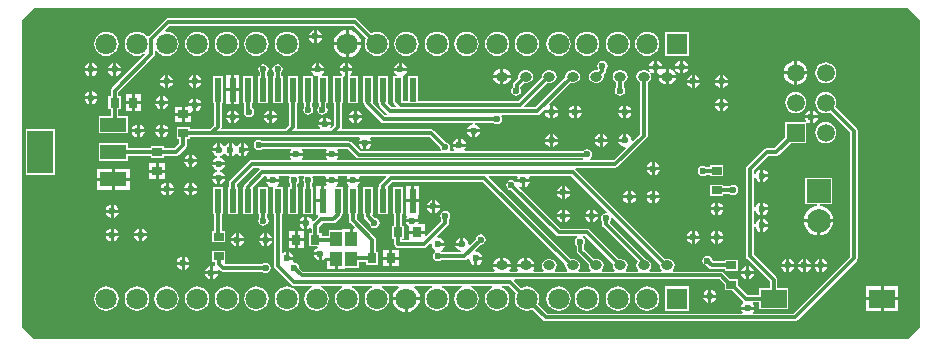
<source format=gtl>
G04*
G04 #@! TF.GenerationSoftware,Altium Limited,Altium Designer,19.1.5 (86)*
G04*
G04 Layer_Physical_Order=1*
G04 Layer_Color=255*
%FSLAX44Y44*%
%MOMM*%
G71*
G01*
G75*
%ADD17R,2.2352X1.2192*%
%ADD18R,2.2000X3.6000*%
%ADD20R,2.1800X1.6000*%
%ADD22R,1.0000X1.2000*%
%ADD24O,1.0000X0.8000*%
%ADD25R,0.6000X2.0000*%
%ADD41R,0.8500X0.7000*%
%ADD42R,0.8000X0.8500*%
%ADD43R,0.8500X0.8000*%
%ADD44C,0.3500*%
%ADD45R,1.8000X1.8000*%
%ADD46C,1.8000*%
%ADD47R,2.0000X2.0000*%
%ADD48C,2.0000*%
%ADD49R,1.5000X1.5000*%
%ADD50C,1.5000*%
%ADD51C,0.6000*%
G36*
X770000Y280000D02*
Y20000D01*
X760000Y10000D01*
X20000Y10000D01*
Y10000D01*
X10000Y20000D01*
Y280000D01*
X20000Y290000D01*
X760000D01*
X770000Y280000D01*
D02*
G37*
%LPC*%
G36*
X259270Y271396D02*
Y267270D01*
X263396D01*
X263219Y268162D01*
X261994Y269994D01*
X260162Y271219D01*
X259270Y271396D01*
D02*
G37*
G36*
X256730D02*
X255838Y271219D01*
X254006Y269994D01*
X252782Y268162D01*
X252604Y267270D01*
X256730D01*
Y271396D01*
D02*
G37*
G36*
X286270Y271212D02*
Y261010D01*
X296472D01*
X296243Y262752D01*
X295080Y265560D01*
X293230Y267970D01*
X290820Y269820D01*
X288013Y270983D01*
X286270Y271212D01*
D02*
G37*
G36*
X283730Y271212D02*
X281987Y270983D01*
X279180Y269820D01*
X276770Y267970D01*
X274920Y265560D01*
X273757Y262752D01*
X273528Y261010D01*
X283730D01*
Y271212D01*
D02*
G37*
G36*
X263396Y264730D02*
X259270D01*
Y260604D01*
X260162Y260781D01*
X261994Y262006D01*
X263219Y263838D01*
X263396Y264730D01*
D02*
G37*
G36*
X256730D02*
X252604D01*
X252782Y263838D01*
X254006Y262006D01*
X255838Y260781D01*
X256730Y260604D01*
Y264730D01*
D02*
G37*
G36*
X574250Y269990D02*
X553750D01*
Y249490D01*
X574250D01*
Y269990D01*
D02*
G37*
G36*
X539000Y270078D02*
X536324Y269726D01*
X533831Y268693D01*
X531690Y267050D01*
X530047Y264909D01*
X529014Y262416D01*
X528662Y259740D01*
X529014Y257064D01*
X530047Y254571D01*
X531690Y252430D01*
X533831Y250787D01*
X536324Y249754D01*
X539000Y249402D01*
X541676Y249754D01*
X544169Y250787D01*
X546310Y252430D01*
X547953Y254571D01*
X548986Y257064D01*
X549338Y259740D01*
X548986Y262416D01*
X547953Y264909D01*
X546310Y267050D01*
X544169Y268693D01*
X541676Y269726D01*
X539000Y270078D01*
D02*
G37*
G36*
X514000D02*
X511324Y269726D01*
X508831Y268693D01*
X506690Y267050D01*
X505047Y264909D01*
X504014Y262416D01*
X503662Y259740D01*
X504014Y257064D01*
X505047Y254571D01*
X506690Y252430D01*
X508831Y250787D01*
X511324Y249754D01*
X514000Y249402D01*
X516676Y249754D01*
X519169Y250787D01*
X521310Y252430D01*
X522953Y254571D01*
X523986Y257064D01*
X524338Y259740D01*
X523986Y262416D01*
X522953Y264909D01*
X521310Y267050D01*
X519169Y268693D01*
X516676Y269726D01*
X514000Y270078D01*
D02*
G37*
G36*
X488000D02*
X485324Y269726D01*
X482831Y268693D01*
X480690Y267050D01*
X479047Y264909D01*
X478014Y262416D01*
X477662Y259740D01*
X478014Y257064D01*
X479047Y254571D01*
X480690Y252430D01*
X482831Y250787D01*
X485324Y249754D01*
X488000Y249402D01*
X490676Y249754D01*
X493169Y250787D01*
X495310Y252430D01*
X496953Y254571D01*
X497986Y257064D01*
X498338Y259740D01*
X497986Y262416D01*
X496953Y264909D01*
X495310Y267050D01*
X493169Y268693D01*
X490676Y269726D01*
X488000Y270078D01*
D02*
G37*
G36*
X464000D02*
X461324Y269726D01*
X458831Y268693D01*
X456690Y267050D01*
X455047Y264909D01*
X454014Y262416D01*
X453662Y259740D01*
X454014Y257064D01*
X455047Y254571D01*
X456690Y252430D01*
X458831Y250787D01*
X461324Y249754D01*
X464000Y249402D01*
X466676Y249754D01*
X469169Y250787D01*
X471310Y252430D01*
X472953Y254571D01*
X473986Y257064D01*
X474338Y259740D01*
X473986Y262416D01*
X472953Y264909D01*
X471310Y267050D01*
X469169Y268693D01*
X466676Y269726D01*
X464000Y270078D01*
D02*
G37*
G36*
X437000D02*
X434324Y269726D01*
X431831Y268693D01*
X429690Y267050D01*
X428047Y264909D01*
X427014Y262416D01*
X426662Y259740D01*
X427014Y257064D01*
X428047Y254571D01*
X429690Y252430D01*
X431831Y250787D01*
X434324Y249754D01*
X437000Y249402D01*
X439676Y249754D01*
X442169Y250787D01*
X444310Y252430D01*
X445953Y254571D01*
X446986Y257064D01*
X447338Y259740D01*
X446986Y262416D01*
X445953Y264909D01*
X444310Y267050D01*
X442169Y268693D01*
X439676Y269726D01*
X437000Y270078D01*
D02*
G37*
G36*
X412000D02*
X409324Y269726D01*
X406831Y268693D01*
X404690Y267050D01*
X403047Y264909D01*
X402014Y262416D01*
X401662Y259740D01*
X402014Y257064D01*
X403047Y254571D01*
X404690Y252430D01*
X406831Y250787D01*
X409324Y249754D01*
X412000Y249402D01*
X414676Y249754D01*
X417169Y250787D01*
X419310Y252430D01*
X420953Y254571D01*
X421986Y257064D01*
X422338Y259740D01*
X421986Y262416D01*
X420953Y264909D01*
X419310Y267050D01*
X417169Y268693D01*
X414676Y269726D01*
X412000Y270078D01*
D02*
G37*
G36*
X386000D02*
X383324Y269726D01*
X380831Y268693D01*
X378690Y267050D01*
X377047Y264909D01*
X376014Y262416D01*
X375662Y259740D01*
X376014Y257064D01*
X377047Y254571D01*
X378690Y252430D01*
X380831Y250787D01*
X383324Y249754D01*
X386000Y249402D01*
X388676Y249754D01*
X391169Y250787D01*
X393310Y252430D01*
X394953Y254571D01*
X395986Y257064D01*
X396339Y259740D01*
X395986Y262416D01*
X394953Y264909D01*
X393310Y267050D01*
X391169Y268693D01*
X388676Y269726D01*
X386000Y270078D01*
D02*
G37*
G36*
X361000D02*
X358324Y269726D01*
X355831Y268693D01*
X353690Y267050D01*
X352047Y264909D01*
X351014Y262416D01*
X350662Y259740D01*
X351014Y257064D01*
X352047Y254571D01*
X353690Y252430D01*
X355831Y250787D01*
X358324Y249754D01*
X361000Y249402D01*
X363676Y249754D01*
X366169Y250787D01*
X368310Y252430D01*
X369953Y254571D01*
X370986Y257064D01*
X371338Y259740D01*
X370986Y262416D01*
X369953Y264909D01*
X368310Y267050D01*
X366169Y268693D01*
X363676Y269726D01*
X361000Y270078D01*
D02*
G37*
G36*
X335000D02*
X332324Y269726D01*
X329831Y268693D01*
X327690Y267050D01*
X326047Y264909D01*
X325014Y262416D01*
X324662Y259740D01*
X325014Y257064D01*
X326047Y254571D01*
X327690Y252430D01*
X329831Y250787D01*
X332324Y249754D01*
X335000Y249402D01*
X337676Y249754D01*
X340169Y250787D01*
X342310Y252430D01*
X343953Y254571D01*
X344986Y257064D01*
X345339Y259740D01*
X344986Y262416D01*
X343953Y264909D01*
X342310Y267050D01*
X340169Y268693D01*
X337676Y269726D01*
X335000Y270078D01*
D02*
G37*
G36*
X291740Y281217D02*
X133070D01*
X131839Y280972D01*
X130796Y280275D01*
X116880Y266359D01*
X116676Y266054D01*
X115121Y265993D01*
X114310Y267050D01*
X112169Y268693D01*
X109676Y269726D01*
X107000Y270078D01*
X104324Y269726D01*
X101831Y268693D01*
X99690Y267050D01*
X98047Y264909D01*
X97014Y262416D01*
X96662Y259740D01*
X97014Y257064D01*
X98047Y254571D01*
X99690Y252430D01*
X101831Y250787D01*
X104324Y249754D01*
X107000Y249402D01*
X109676Y249754D01*
X112169Y250787D01*
X113339Y251684D01*
X114178Y250727D01*
X85725Y222275D01*
X85028Y221231D01*
X84783Y220000D01*
Y215500D01*
X82750D01*
Y204500D01*
X84783D01*
Y198460D01*
X74562D01*
Y183768D01*
X99414D01*
Y198460D01*
X91217D01*
Y204500D01*
X93250D01*
Y215500D01*
X91217D01*
Y218668D01*
X121430Y248880D01*
X122127Y249924D01*
X122372Y251155D01*
Y253364D01*
X123642Y253795D01*
X124690Y252430D01*
X126831Y250787D01*
X129324Y249754D01*
X132000Y249402D01*
X134676Y249754D01*
X137169Y250787D01*
X139310Y252430D01*
X140953Y254571D01*
X141986Y257064D01*
X142338Y259740D01*
X141986Y262416D01*
X140953Y264909D01*
X139310Y267050D01*
X137169Y268693D01*
X134676Y269726D01*
X132000Y270078D01*
X131307Y269987D01*
X130746Y271126D01*
X134403Y274783D01*
X290408D01*
X300823Y264368D01*
X300014Y262416D01*
X299662Y259740D01*
X300014Y257064D01*
X301047Y254571D01*
X302690Y252430D01*
X304831Y250787D01*
X307324Y249754D01*
X310000Y249402D01*
X312676Y249754D01*
X315169Y250787D01*
X317310Y252430D01*
X318953Y254571D01*
X319986Y257064D01*
X320338Y259740D01*
X319986Y262416D01*
X318953Y264909D01*
X317310Y267050D01*
X315169Y268693D01*
X312676Y269726D01*
X310000Y270078D01*
X307324Y269726D01*
X305372Y268917D01*
X294015Y280275D01*
X292971Y280972D01*
X291740Y281217D01*
D02*
G37*
G36*
X234000Y270078D02*
X231324Y269726D01*
X228831Y268693D01*
X226690Y267050D01*
X225047Y264909D01*
X224014Y262416D01*
X223662Y259740D01*
X224014Y257064D01*
X225047Y254571D01*
X226690Y252430D01*
X228831Y250787D01*
X231324Y249754D01*
X234000Y249402D01*
X236676Y249754D01*
X239169Y250787D01*
X241310Y252430D01*
X242953Y254571D01*
X243986Y257064D01*
X244338Y259740D01*
X243986Y262416D01*
X242953Y264909D01*
X241310Y267050D01*
X239169Y268693D01*
X236676Y269726D01*
X234000Y270078D01*
D02*
G37*
G36*
X208000D02*
X205324Y269726D01*
X202831Y268693D01*
X200690Y267050D01*
X199047Y264909D01*
X198014Y262416D01*
X197662Y259740D01*
X198014Y257064D01*
X199047Y254571D01*
X200690Y252430D01*
X202831Y250787D01*
X205324Y249754D01*
X208000Y249402D01*
X210676Y249754D01*
X213169Y250787D01*
X215310Y252430D01*
X216953Y254571D01*
X217986Y257064D01*
X218339Y259740D01*
X217986Y262416D01*
X216953Y264909D01*
X215310Y267050D01*
X213169Y268693D01*
X210676Y269726D01*
X208000Y270078D01*
D02*
G37*
G36*
X183000D02*
X180324Y269726D01*
X177831Y268693D01*
X175690Y267050D01*
X174047Y264909D01*
X173014Y262416D01*
X172662Y259740D01*
X173014Y257064D01*
X174047Y254571D01*
X175690Y252430D01*
X177831Y250787D01*
X180324Y249754D01*
X183000Y249402D01*
X185676Y249754D01*
X188169Y250787D01*
X190310Y252430D01*
X191953Y254571D01*
X192986Y257064D01*
X193338Y259740D01*
X192986Y262416D01*
X191953Y264909D01*
X190310Y267050D01*
X188169Y268693D01*
X185676Y269726D01*
X183000Y270078D01*
D02*
G37*
G36*
X158000D02*
X155324Y269726D01*
X152831Y268693D01*
X150690Y267050D01*
X149047Y264909D01*
X148014Y262416D01*
X147662Y259740D01*
X148014Y257064D01*
X149047Y254571D01*
X150690Y252430D01*
X152831Y250787D01*
X155324Y249754D01*
X158000Y249402D01*
X160676Y249754D01*
X163169Y250787D01*
X165310Y252430D01*
X166953Y254571D01*
X167986Y257064D01*
X168338Y259740D01*
X167986Y262416D01*
X166953Y264909D01*
X165310Y267050D01*
X163169Y268693D01*
X160676Y269726D01*
X158000Y270078D01*
D02*
G37*
G36*
X81000D02*
X78324Y269726D01*
X75831Y268693D01*
X73690Y267050D01*
X72047Y264909D01*
X71014Y262416D01*
X70662Y259740D01*
X71014Y257064D01*
X72047Y254571D01*
X73690Y252430D01*
X75831Y250787D01*
X78324Y249754D01*
X81000Y249402D01*
X83676Y249754D01*
X86169Y250787D01*
X88310Y252430D01*
X89953Y254571D01*
X90986Y257064D01*
X91339Y259740D01*
X90986Y262416D01*
X89953Y264909D01*
X88310Y267050D01*
X86169Y268693D01*
X83676Y269726D01*
X81000Y270078D01*
D02*
G37*
G36*
X296472Y258470D02*
X286270D01*
Y248268D01*
X288013Y248497D01*
X290820Y249660D01*
X293230Y251510D01*
X295080Y253920D01*
X296243Y256728D01*
X296472Y258470D01*
D02*
G37*
G36*
X283730D02*
X273528D01*
X273757Y256728D01*
X274920Y253920D01*
X276770Y251510D01*
X279180Y249660D01*
X281987Y248497D01*
X283730Y248268D01*
Y258470D01*
D02*
G37*
G36*
X569270Y245396D02*
Y241270D01*
X573396D01*
X573219Y242162D01*
X571994Y243994D01*
X570162Y245219D01*
X569270Y245396D01*
D02*
G37*
G36*
X566730D02*
X565838Y245219D01*
X564006Y243994D01*
X562781Y242162D01*
X562604Y241270D01*
X566730D01*
Y245396D01*
D02*
G37*
G36*
X547270D02*
Y241270D01*
X551396D01*
X551219Y242162D01*
X549994Y243994D01*
X548162Y245219D01*
X547270Y245396D01*
D02*
G37*
G36*
X544730D02*
X543838Y245219D01*
X542006Y243994D01*
X540781Y242162D01*
X540604Y241270D01*
X544730D01*
Y245396D01*
D02*
G37*
G36*
X89270Y243396D02*
Y239270D01*
X93396D01*
X93219Y240162D01*
X91994Y241994D01*
X90162Y243219D01*
X89270Y243396D01*
D02*
G37*
G36*
X86730D02*
X85838Y243219D01*
X84006Y241994D01*
X82781Y240162D01*
X82604Y239270D01*
X86730D01*
Y243396D01*
D02*
G37*
G36*
X69270D02*
Y239270D01*
X73396D01*
X73219Y240162D01*
X71994Y241994D01*
X70162Y243219D01*
X69270Y243396D01*
D02*
G37*
G36*
X66730D02*
X65838Y243219D01*
X64006Y241994D01*
X62782Y240162D01*
X62604Y239270D01*
X66730D01*
Y243396D01*
D02*
G37*
G36*
X331270Y243396D02*
Y239270D01*
X335396D01*
X335219Y240162D01*
X333994Y241994D01*
X332162Y243218D01*
X331270Y243396D01*
D02*
G37*
G36*
X328730D02*
X327838Y243218D01*
X326006Y241994D01*
X324781Y240162D01*
X324604Y239270D01*
X328730D01*
Y243396D01*
D02*
G37*
G36*
X285270D02*
Y239270D01*
X289396D01*
X289219Y240162D01*
X287994Y241994D01*
X286162Y243218D01*
X285270Y243396D01*
D02*
G37*
G36*
X282730D02*
X281838Y243218D01*
X280006Y241994D01*
X278782Y240162D01*
X278604Y239270D01*
X282730D01*
Y243396D01*
D02*
G37*
G36*
X261270D02*
Y239270D01*
X265396D01*
X265219Y240162D01*
X263994Y241994D01*
X262162Y243218D01*
X261270Y243396D01*
D02*
G37*
G36*
X258730D02*
X257838Y243218D01*
X256006Y241994D01*
X254781Y240162D01*
X254604Y239270D01*
X258730D01*
Y243396D01*
D02*
G37*
G36*
X665870Y245059D02*
Y236370D01*
X674559D01*
X674382Y237721D01*
X673370Y240163D01*
X671761Y242261D01*
X669663Y243870D01*
X667221Y244882D01*
X665870Y245059D01*
D02*
G37*
G36*
X663330D02*
X661979Y244882D01*
X659537Y243870D01*
X657439Y242261D01*
X655830Y240163D01*
X654818Y237721D01*
X654641Y236370D01*
X663330D01*
Y245059D01*
D02*
G37*
G36*
X544730Y238730D02*
X540604D01*
X540781Y237838D01*
X541413Y236893D01*
X540498Y235977D01*
X539049Y236945D01*
X537000Y237353D01*
X535000D01*
X532952Y236945D01*
X531215Y235785D01*
X530055Y234048D01*
X529647Y232000D01*
X530055Y229952D01*
X531215Y228215D01*
X532783Y227167D01*
Y183332D01*
X526817Y177367D01*
X525647Y177992D01*
X525648Y178000D01*
X525219Y180162D01*
X523994Y181994D01*
X522162Y183218D01*
X521270Y183396D01*
Y178000D01*
X520000D01*
Y176730D01*
X514604D01*
X514781Y175838D01*
X516006Y174006D01*
X517838Y172781D01*
X520000Y172351D01*
X520008Y172353D01*
X520633Y171182D01*
X510668Y161217D01*
X490777D01*
X490392Y162487D01*
X491064Y162936D01*
X492003Y164342D01*
X492333Y166000D01*
X492003Y167658D01*
X491064Y169064D01*
X489658Y170003D01*
X488000Y170333D01*
X486342Y170003D01*
X484936Y169064D01*
X484934Y169062D01*
X384693D01*
X384212Y170332D01*
X385219Y171838D01*
X385396Y172730D01*
X374604D01*
X374781Y171838D01*
X375788Y170332D01*
X375307Y169062D01*
X372495D01*
X371897Y170182D01*
X372003Y170342D01*
X372333Y172000D01*
X372003Y173658D01*
X371064Y175064D01*
X369658Y176003D01*
X368270Y176280D01*
X358275Y186275D01*
X357231Y186972D01*
X356000Y187217D01*
X281031D01*
X280155Y188487D01*
X280267Y189050D01*
Y209750D01*
X281300D01*
X281300Y231483D01*
X281300Y231692D01*
X281332Y231758D01*
X281594Y231982D01*
X282570Y232636D01*
X282730Y232604D01*
Y236730D01*
X278604D01*
X278782Y235838D01*
X280006Y234006D01*
X280203Y233874D01*
X280469Y232650D01*
X280348Y232250D01*
X280161Y232250D01*
X272800D01*
Y209750D01*
X273833D01*
Y190382D01*
X271652Y188201D01*
X270666Y189011D01*
X271219Y189838D01*
X271396Y190730D01*
X260604D01*
X260781Y189838D01*
X261684Y188487D01*
X261075Y187217D01*
X242998D01*
X242075Y188487D01*
X242167Y188950D01*
Y209750D01*
X243200D01*
Y232250D01*
X234700D01*
Y209750D01*
X235733D01*
Y190282D01*
X232668Y187217D01*
X179163D01*
X178475Y188487D01*
X178667Y189450D01*
Y209750D01*
X179700D01*
Y232250D01*
X171200D01*
Y209750D01*
X172233D01*
Y190782D01*
X168668Y187217D01*
X151500D01*
Y189250D01*
X140500D01*
Y178750D01*
X142783D01*
Y175332D01*
X138668Y171217D01*
X129500D01*
Y173250D01*
X118500D01*
Y171217D01*
X99414D01*
Y175346D01*
X74562D01*
Y160654D01*
X99414D01*
Y164783D01*
X118500D01*
Y162750D01*
X129500D01*
Y164783D01*
X140000D01*
X141231Y165028D01*
X142275Y165725D01*
X148275Y171725D01*
X148972Y172769D01*
X149217Y174000D01*
Y178750D01*
X151500D01*
Y180783D01*
X295075D01*
X295685Y179513D01*
X294781Y178162D01*
X294604Y177270D01*
X305396D01*
X305219Y178162D01*
X304315Y179513D01*
X304925Y180783D01*
X354668D01*
X363720Y171730D01*
X363997Y170342D01*
X364103Y170182D01*
X363505Y169062D01*
X295981D01*
X288768Y176275D01*
X287725Y176972D01*
X286494Y177217D01*
X212836D01*
X211658Y178003D01*
X210000Y178333D01*
X208342Y178003D01*
X206936Y177064D01*
X205997Y175658D01*
X205667Y174000D01*
X205997Y172342D01*
X206936Y170936D01*
X208342Y169997D01*
X210000Y169667D01*
X211658Y169997D01*
X212836Y170783D01*
X237075D01*
X237684Y169513D01*
X236782Y168162D01*
X236604Y167270D01*
X247396D01*
X247219Y168162D01*
X246315Y169513D01*
X246925Y170783D01*
X267075D01*
X267684Y169513D01*
X266782Y168162D01*
X266604Y167270D01*
X277396D01*
X277219Y168162D01*
X276315Y169513D01*
X276925Y170783D01*
X285161D01*
X292374Y163570D01*
X293417Y162873D01*
X294649Y162628D01*
X484324D01*
X484429Y162487D01*
X483789Y161217D01*
X276925D01*
X276315Y162487D01*
X277219Y163838D01*
X277396Y164730D01*
X266604D01*
X266782Y163838D01*
X267685Y162487D01*
X267075Y161217D01*
X246925D01*
X246315Y162487D01*
X247219Y163838D01*
X247396Y164730D01*
X236604D01*
X236782Y163838D01*
X237685Y162487D01*
X237075Y161217D01*
X204000D01*
X202769Y160972D01*
X201725Y160275D01*
X185875Y144425D01*
X185178Y143381D01*
X184933Y142150D01*
Y138250D01*
X183900D01*
Y115750D01*
X192400D01*
Y138250D01*
X191367D01*
Y140818D01*
X205333Y154783D01*
X210667D01*
X211053Y153513D01*
X210785Y153335D01*
X198575Y141125D01*
X197878Y140081D01*
X197633Y138850D01*
Y138250D01*
X196600D01*
Y115750D01*
X205100D01*
Y138250D01*
X205100Y138250D01*
X205100D01*
X205767Y139218D01*
X214393Y147843D01*
X216558D01*
X217157Y146723D01*
X216782Y146162D01*
X216604Y145270D01*
X227396D01*
X227219Y146162D01*
X226843Y146723D01*
X227442Y147843D01*
X235990D01*
X236608Y146573D01*
X235997Y145658D01*
X235667Y144000D01*
X235997Y142342D01*
X236364Y141792D01*
Y138250D01*
X234700D01*
Y115750D01*
X243200D01*
Y138250D01*
X242798D01*
Y140758D01*
X243064Y140936D01*
X244003Y142342D01*
X244333Y144000D01*
X244003Y145658D01*
X243392Y146573D01*
X244010Y147843D01*
X247990D01*
X248608Y146573D01*
X247997Y145658D01*
X247667Y144000D01*
X247997Y142342D01*
X248608Y141426D01*
Y138250D01*
X247400D01*
Y115750D01*
X255900D01*
Y138250D01*
X255042D01*
Y140921D01*
X255064Y140936D01*
X256003Y142342D01*
X256333Y144000D01*
X256003Y145658D01*
X255392Y146573D01*
X256010Y147843D01*
X266558D01*
X267157Y146723D01*
X266782Y146162D01*
X266604Y145270D01*
X277396D01*
X277219Y146162D01*
X276843Y146723D01*
X277442Y147843D01*
X284558D01*
X285157Y146723D01*
X284781Y146162D01*
X284604Y145270D01*
X295396D01*
X295219Y146162D01*
X294843Y146723D01*
X295442Y147843D01*
X317635D01*
X318121Y146670D01*
X312875Y141425D01*
X312178Y140381D01*
X311933Y139150D01*
Y138250D01*
X310900D01*
Y115750D01*
X319400D01*
Y138250D01*
X319400Y138250D01*
X319400D01*
X319881Y139332D01*
X323332Y142783D01*
X399598D01*
X469711Y72670D01*
X469577Y72000D01*
X469985Y69952D01*
X471145Y68215D01*
X471228Y68159D01*
X470843Y66889D01*
X461087D01*
X460702Y68159D01*
X460785Y68215D01*
X461945Y69952D01*
X462353Y72000D01*
X461945Y74048D01*
X460785Y75785D01*
X459048Y76945D01*
X457000Y77353D01*
X455000D01*
X452952Y76945D01*
X451215Y75785D01*
X450055Y74048D01*
X449647Y72000D01*
X450055Y69952D01*
X451215Y68215D01*
X451298Y68159D01*
X450913Y66889D01*
X442923D01*
X442296Y68159D01*
X442713Y68702D01*
X443372Y70293D01*
X443429Y70730D01*
X436000D01*
X428571D01*
X428628Y70293D01*
X429287Y68702D01*
X429704Y68159D01*
X429077Y66889D01*
X422923D01*
X422296Y68159D01*
X422713Y68702D01*
X423372Y70293D01*
X423429Y70730D01*
X416000D01*
X408571D01*
X408628Y70293D01*
X409287Y68702D01*
X409703Y68159D01*
X409077Y66889D01*
X247660D01*
X244280Y70270D01*
X244003Y71658D01*
X243064Y73064D01*
X241658Y74003D01*
X240000Y74333D01*
X239701Y74274D01*
X238937Y75417D01*
X239219Y75838D01*
X239396Y76730D01*
X234000D01*
Y78000D01*
X232730D01*
Y83396D01*
X231838Y83219D01*
X230737Y82483D01*
X229467Y83161D01*
Y115750D01*
X230500D01*
Y138250D01*
X225652D01*
X225267Y139520D01*
X225994Y140006D01*
X227219Y141838D01*
X227396Y142730D01*
X216604D01*
X216782Y141838D01*
X218006Y140006D01*
X219838Y138781D01*
X220865Y138577D01*
X222000Y138250D01*
X222000Y137155D01*
Y115750D01*
X223033D01*
Y71750D01*
X223278Y70519D01*
X223975Y69475D01*
X237725Y55725D01*
X238769Y55028D01*
X240000Y54783D01*
X254930D01*
X255182Y53513D01*
X253831Y52953D01*
X251690Y51310D01*
X250047Y49169D01*
X249014Y46676D01*
X248662Y44000D01*
X249014Y41324D01*
X250047Y38831D01*
X251690Y36690D01*
X253831Y35047D01*
X256324Y34014D01*
X259000Y33662D01*
X261676Y34014D01*
X264169Y35047D01*
X266310Y36690D01*
X267953Y38831D01*
X268986Y41324D01*
X269338Y44000D01*
X268986Y46676D01*
X267953Y49169D01*
X266310Y51310D01*
X264169Y52953D01*
X262818Y53513D01*
X263070Y54783D01*
X280930D01*
X281182Y53513D01*
X279831Y52953D01*
X277690Y51310D01*
X276047Y49169D01*
X275014Y46676D01*
X274662Y44000D01*
X275014Y41324D01*
X276047Y38831D01*
X277690Y36690D01*
X279831Y35047D01*
X282324Y34014D01*
X285000Y33662D01*
X287676Y34014D01*
X290169Y35047D01*
X292310Y36690D01*
X293953Y38831D01*
X294986Y41324D01*
X295338Y44000D01*
X294986Y46676D01*
X293953Y49169D01*
X292310Y51310D01*
X290169Y52953D01*
X288818Y53513D01*
X289070Y54783D01*
X305930D01*
X306182Y53513D01*
X304831Y52953D01*
X302690Y51310D01*
X301047Y49169D01*
X300014Y46676D01*
X299662Y44000D01*
X300014Y41324D01*
X301047Y38831D01*
X302690Y36690D01*
X304831Y35047D01*
X307324Y34014D01*
X310000Y33662D01*
X312676Y34014D01*
X315169Y35047D01*
X317310Y36690D01*
X318953Y38831D01*
X319986Y41324D01*
X320338Y44000D01*
X319986Y46676D01*
X318953Y49169D01*
X317310Y51310D01*
X315169Y52953D01*
X313818Y53513D01*
X314070Y54783D01*
X328010D01*
X328441Y53513D01*
X326770Y52230D01*
X324920Y49820D01*
X323757Y47013D01*
X323528Y45270D01*
X335000D01*
X346472D01*
X346243Y47013D01*
X345080Y49820D01*
X343230Y52230D01*
X341559Y53513D01*
X341990Y54783D01*
X356930D01*
X357182Y53513D01*
X355831Y52953D01*
X353690Y51310D01*
X352047Y49169D01*
X351014Y46676D01*
X350662Y44000D01*
X351014Y41324D01*
X352047Y38831D01*
X353690Y36690D01*
X355831Y35047D01*
X358324Y34014D01*
X361000Y33662D01*
X363676Y34014D01*
X366169Y35047D01*
X368310Y36690D01*
X369953Y38831D01*
X370986Y41324D01*
X371338Y44000D01*
X370986Y46676D01*
X369953Y49169D01*
X368310Y51310D01*
X366169Y52953D01*
X364818Y53513D01*
X365070Y54783D01*
X381930D01*
X382182Y53513D01*
X380831Y52953D01*
X378690Y51310D01*
X377047Y49169D01*
X376014Y46676D01*
X375662Y44000D01*
X376014Y41324D01*
X377047Y38831D01*
X378690Y36690D01*
X380831Y35047D01*
X383324Y34014D01*
X386000Y33662D01*
X388676Y34014D01*
X391169Y35047D01*
X393310Y36690D01*
X394953Y38831D01*
X395986Y41324D01*
X396339Y44000D01*
X395986Y46676D01*
X394953Y49169D01*
X393310Y51310D01*
X391169Y52953D01*
X389818Y53513D01*
X390070Y54783D01*
X407930D01*
X408182Y53513D01*
X406831Y52953D01*
X404690Y51310D01*
X403047Y49169D01*
X402014Y46676D01*
X401662Y44000D01*
X402014Y41324D01*
X403047Y38831D01*
X404690Y36690D01*
X406831Y35047D01*
X409324Y34014D01*
X412000Y33662D01*
X414676Y34014D01*
X417169Y35047D01*
X419310Y36690D01*
X420953Y38831D01*
X421986Y41324D01*
X422338Y44000D01*
X421986Y46676D01*
X420953Y49169D01*
X419310Y51310D01*
X417169Y52953D01*
X415818Y53513D01*
X416070Y54783D01*
X421668D01*
X427823Y48628D01*
X427014Y46676D01*
X426662Y44000D01*
X427014Y41324D01*
X428047Y38831D01*
X429690Y36690D01*
X431831Y35047D01*
X434324Y34014D01*
X437000Y33662D01*
X439676Y34014D01*
X441628Y34822D01*
X450725Y25725D01*
X451769Y25028D01*
X453000Y24783D01*
X664000D01*
X665231Y25028D01*
X666275Y25725D01*
X716275Y75725D01*
X716972Y76769D01*
X717217Y78000D01*
Y186000D01*
X716972Y187231D01*
X716275Y188275D01*
X698029Y206520D01*
X698525Y207716D01*
X698826Y210000D01*
X698525Y212284D01*
X697643Y214413D01*
X696241Y216241D01*
X694413Y217643D01*
X692284Y218525D01*
X690000Y218825D01*
X687716Y218525D01*
X685587Y217643D01*
X683759Y216241D01*
X682357Y214413D01*
X681475Y212284D01*
X681174Y210000D01*
X681475Y207716D01*
X682357Y205587D01*
X683759Y203759D01*
X685587Y202357D01*
X687716Y201475D01*
X690000Y201175D01*
X692284Y201475D01*
X693480Y201971D01*
X710783Y184668D01*
Y79332D01*
X662668Y31217D01*
X628925D01*
X628316Y32487D01*
X629219Y33838D01*
X629396Y34730D01*
X618604D01*
X618782Y33838D01*
X619684Y32487D01*
X619075Y31217D01*
X454332D01*
X446177Y39372D01*
X446986Y41324D01*
X447338Y44000D01*
X446986Y46676D01*
X445953Y49169D01*
X444310Y51310D01*
X442169Y52953D01*
X439676Y53986D01*
X437000Y54338D01*
X434324Y53986D01*
X432372Y53177D01*
X426363Y59186D01*
X426890Y60456D01*
X599995D01*
X604500Y55951D01*
Y51000D01*
X610951D01*
X620225Y41725D01*
X620268Y41697D01*
X620268Y40169D01*
X620006Y39994D01*
X618782Y38162D01*
X618604Y37270D01*
X629396D01*
X629219Y38162D01*
X628316Y39513D01*
X628925Y40783D01*
X633850D01*
Y34750D01*
X658150D01*
Y53250D01*
X649217D01*
Y60000D01*
X648972Y61231D01*
X648275Y62275D01*
X629217Y81332D01*
Y105195D01*
X630487Y105320D01*
X630782Y103838D01*
X632006Y102006D01*
X633838Y100781D01*
X634730Y100604D01*
Y106000D01*
Y111396D01*
X633838Y111219D01*
X632006Y109994D01*
X630782Y108162D01*
X630487Y106680D01*
X629217Y106805D01*
Y119194D01*
X630487Y119320D01*
X630782Y117838D01*
X632006Y116006D01*
X633838Y114781D01*
X634730Y114604D01*
Y120000D01*
Y125396D01*
X633838Y125218D01*
X632006Y123994D01*
X630782Y122162D01*
X630487Y120680D01*
X629217Y120805D01*
Y147194D01*
X630487Y147320D01*
X630782Y145838D01*
X632006Y144006D01*
X633838Y142781D01*
X634730Y142604D01*
Y148000D01*
Y153396D01*
X633838Y153218D01*
X632006Y151994D01*
X630782Y150162D01*
X630487Y148680D01*
X629217Y148805D01*
Y152668D01*
X641332Y164783D01*
X648000D01*
X649231Y165028D01*
X650275Y165725D01*
X660399Y175850D01*
X673350D01*
Y192232D01*
X673350Y192917D01*
X674479Y193689D01*
X674622Y193594D01*
X675838Y192781D01*
X676730Y192604D01*
Y196730D01*
X672604D01*
X672782Y195838D01*
X673594Y194622D01*
X673689Y194479D01*
X672917Y193350D01*
X672260Y193350D01*
X655850D01*
Y180399D01*
X646668Y171217D01*
X640000D01*
X638769Y170972D01*
X637725Y170275D01*
X623725Y156275D01*
X623028Y155231D01*
X622783Y154000D01*
Y80000D01*
X623028Y78769D01*
X623725Y77725D01*
X642783Y58668D01*
Y53250D01*
X633850D01*
Y47217D01*
X623832D01*
X615500Y55549D01*
Y60500D01*
X609049D01*
X603602Y65947D01*
X602559Y66645D01*
X601328Y66889D01*
X561087D01*
X560702Y68159D01*
X560785Y68215D01*
X561945Y69952D01*
X562353Y72000D01*
X561945Y74048D01*
X560785Y75785D01*
X559048Y76945D01*
X557000Y77353D01*
X555000D01*
X554330Y77220D01*
X478215Y153335D01*
X477947Y153513D01*
X478333Y154783D01*
X512000D01*
X513231Y155028D01*
X514275Y155725D01*
X538275Y179725D01*
X538972Y180769D01*
X539217Y182000D01*
Y227167D01*
X540785Y228215D01*
X541945Y229952D01*
X542353Y232000D01*
X541945Y234048D01*
X541377Y234898D01*
X542293Y235814D01*
X543838Y234781D01*
X544730Y234604D01*
Y238730D01*
D02*
G37*
G36*
X573396D02*
X569270D01*
Y234604D01*
X570162Y234781D01*
X571994Y236006D01*
X573219Y237838D01*
X573396Y238730D01*
D02*
G37*
G36*
X566730D02*
X562604D01*
X562781Y237838D01*
X564006Y236006D01*
X565838Y234781D01*
X566730Y234604D01*
Y238730D01*
D02*
G37*
G36*
X417270Y238561D02*
Y233270D01*
X423429D01*
X423372Y233707D01*
X422713Y235298D01*
X421664Y236664D01*
X420298Y237713D01*
X418707Y238372D01*
X417270Y238561D01*
D02*
G37*
G36*
X557270Y238561D02*
Y233270D01*
X563429D01*
X563372Y233707D01*
X562713Y235298D01*
X561664Y236664D01*
X560298Y237713D01*
X558707Y238372D01*
X557270Y238561D01*
D02*
G37*
G36*
X551752Y238730D02*
X547270D01*
Y234604D01*
X547657Y234681D01*
X548567Y233769D01*
X548621Y233686D01*
X548624Y233677D01*
X548571Y233270D01*
X554730D01*
Y238561D01*
X553293Y238372D01*
X552559Y238068D01*
X551752Y238730D01*
D02*
G37*
G36*
X414730Y238561D02*
X413293Y238372D01*
X411702Y237713D01*
X410336Y236664D01*
X409287Y235298D01*
X408628Y233707D01*
X408571Y233270D01*
X414730D01*
Y238561D01*
D02*
G37*
G36*
X93396Y236730D02*
X89270D01*
Y232604D01*
X90162Y232781D01*
X91994Y234006D01*
X93219Y235838D01*
X93396Y236730D01*
D02*
G37*
G36*
X86730D02*
X82604D01*
X82781Y235838D01*
X84006Y234006D01*
X85838Y232781D01*
X86730Y232604D01*
Y236730D01*
D02*
G37*
G36*
X73396D02*
X69270D01*
Y232604D01*
X70162Y232781D01*
X71994Y234006D01*
X73219Y235838D01*
X73396Y236730D01*
D02*
G37*
G36*
X66730D02*
X62604D01*
X62782Y235838D01*
X64006Y234006D01*
X65838Y232781D01*
X66730Y232604D01*
Y236730D01*
D02*
G37*
G36*
X603270Y233396D02*
Y229270D01*
X607396D01*
X607219Y230162D01*
X605994Y231994D01*
X604162Y233219D01*
X603270Y233396D01*
D02*
G37*
G36*
X600730D02*
X599838Y233219D01*
X598006Y231994D01*
X596782Y230162D01*
X596604Y229270D01*
X600730D01*
Y233396D01*
D02*
G37*
G36*
X579270D02*
Y229270D01*
X583396D01*
X583219Y230162D01*
X581994Y231994D01*
X580162Y233219D01*
X579270Y233396D01*
D02*
G37*
G36*
X576730D02*
X575838Y233219D01*
X574006Y231994D01*
X572781Y230162D01*
X572604Y229270D01*
X576730D01*
Y233396D01*
D02*
G37*
G36*
X157270D02*
Y229270D01*
X161396D01*
X161219Y230162D01*
X159994Y231994D01*
X158162Y233219D01*
X157270Y233396D01*
D02*
G37*
G36*
X154730D02*
X153838Y233219D01*
X152006Y231994D01*
X150781Y230162D01*
X150604Y229270D01*
X154730D01*
Y233396D01*
D02*
G37*
G36*
X133270D02*
Y229270D01*
X137396D01*
X137219Y230162D01*
X135994Y231994D01*
X134162Y233219D01*
X133270Y233396D01*
D02*
G37*
G36*
X130730D02*
X129838Y233219D01*
X128006Y231994D01*
X126782Y230162D01*
X126604Y229270D01*
X130730D01*
Y233396D01*
D02*
G37*
G36*
X501077Y245411D02*
X499419Y245081D01*
X498013Y244142D01*
X497074Y242736D01*
X496744Y241077D01*
X497074Y239419D01*
X497793Y238343D01*
X496804Y237353D01*
X495000D01*
X492952Y236945D01*
X491215Y235785D01*
X490055Y234048D01*
X489647Y232000D01*
X490055Y229952D01*
X491215Y228215D01*
X492952Y227055D01*
X495000Y226647D01*
X497000D01*
X499048Y227055D01*
X500785Y228215D01*
X501945Y229952D01*
X502353Y232000D01*
X502054Y233504D01*
X503352Y234803D01*
X504049Y235847D01*
X504294Y237078D01*
Y238242D01*
X505081Y239419D01*
X505411Y241077D01*
X505081Y242736D01*
X504142Y244142D01*
X502736Y245081D01*
X501077Y245411D01*
D02*
G37*
G36*
X477000Y237353D02*
X475000D01*
X472952Y236945D01*
X471215Y235785D01*
X470055Y234048D01*
X469647Y232000D01*
X469781Y231330D01*
X444453Y206002D01*
X435210D01*
X434724Y207175D01*
X454330Y226780D01*
X455000Y226647D01*
X457000D01*
X459048Y227055D01*
X460785Y228215D01*
X461945Y229952D01*
X462353Y232000D01*
X461945Y234048D01*
X460785Y235785D01*
X459048Y236945D01*
X457000Y237353D01*
X455000D01*
X452952Y236945D01*
X451215Y235785D01*
X450055Y234048D01*
X449647Y232000D01*
X449781Y231330D01*
X429513Y211062D01*
X344800D01*
Y232250D01*
X336300D01*
Y211062D01*
X332100D01*
Y231573D01*
X332137Y232300D01*
X332820Y233222D01*
X333994Y234006D01*
X335219Y235838D01*
X335396Y236730D01*
X324604D01*
X324781Y235838D01*
X326006Y234006D01*
X326733Y233520D01*
X326348Y232250D01*
X323600D01*
Y209750D01*
X324713D01*
X324878Y208919D01*
X325575Y207875D01*
X326276Y207175D01*
X325790Y206002D01*
X322547D01*
X319888Y208662D01*
X319400Y209750D01*
X319400D01*
X319400Y209750D01*
Y232250D01*
X310900D01*
Y209750D01*
X311933D01*
Y208850D01*
X312178Y207619D01*
X312875Y206575D01*
X318940Y200510D01*
X318976Y200487D01*
X318590Y199217D01*
X317332D01*
X306700Y209849D01*
Y232250D01*
X298200D01*
Y209750D01*
X299233D01*
Y209550D01*
X299478Y208319D01*
X300175Y207275D01*
X313725Y193725D01*
X314769Y193028D01*
X316000Y192783D01*
X391194D01*
X391320Y191513D01*
X389838Y191218D01*
X388006Y189994D01*
X386781Y188162D01*
X386604Y187270D01*
X397396D01*
X397219Y188162D01*
X395994Y189994D01*
X394162Y191218D01*
X392680Y191513D01*
X392805Y192783D01*
X409165D01*
X410342Y191997D01*
X412000Y191667D01*
X413658Y191997D01*
X415064Y192936D01*
X416003Y194342D01*
X416333Y196000D01*
X416003Y197658D01*
X415576Y198298D01*
X416255Y199568D01*
X445785D01*
X447016Y199813D01*
X448060Y200510D01*
X451431Y203882D01*
X452575Y203270D01*
X456730D01*
Y207425D01*
X456118Y208569D01*
X474330Y226780D01*
X475000Y226647D01*
X477000D01*
X479048Y227055D01*
X480785Y228215D01*
X481945Y229952D01*
X482353Y232000D01*
X481945Y234048D01*
X480785Y235785D01*
X479048Y236945D01*
X477000Y237353D01*
D02*
G37*
G36*
X437000D02*
X435000D01*
X432952Y236945D01*
X431215Y235785D01*
X430055Y234048D01*
X429647Y232000D01*
X429876Y230848D01*
X426144Y227117D01*
X425447Y226073D01*
X425202Y224842D01*
Y223242D01*
X424936Y223064D01*
X423997Y221658D01*
X423667Y220000D01*
X423997Y218342D01*
X424936Y216936D01*
X426342Y215997D01*
X428000Y215667D01*
X429658Y215997D01*
X431064Y216936D01*
X432003Y218342D01*
X432333Y220000D01*
X432003Y221658D01*
X431636Y222208D01*
Y223510D01*
X434811Y226685D01*
X435000Y226647D01*
X437000D01*
X439048Y227055D01*
X440785Y228215D01*
X441945Y229952D01*
X442353Y232000D01*
X441945Y234048D01*
X440785Y235785D01*
X439048Y236945D01*
X437000Y237353D01*
D02*
G37*
G36*
X690000Y243925D02*
X687716Y243625D01*
X685587Y242743D01*
X683759Y241341D01*
X682357Y239513D01*
X681475Y237384D01*
X681174Y235100D01*
X681475Y232816D01*
X682357Y230687D01*
X683759Y228859D01*
X685587Y227457D01*
X687716Y226575D01*
X690000Y226275D01*
X692284Y226575D01*
X694413Y227457D01*
X696241Y228859D01*
X697643Y230687D01*
X698525Y232816D01*
X698826Y235100D01*
X698525Y237384D01*
X697643Y239513D01*
X696241Y241341D01*
X694413Y242743D01*
X692284Y243625D01*
X690000Y243925D01*
D02*
G37*
G36*
X423429Y230730D02*
X417270D01*
Y225439D01*
X418707Y225628D01*
X420298Y226287D01*
X421664Y227336D01*
X422713Y228702D01*
X423372Y230293D01*
X423429Y230730D01*
D02*
G37*
G36*
X554730D02*
X548571D01*
X548628Y230293D01*
X549287Y228702D01*
X550336Y227336D01*
X551702Y226287D01*
X553293Y225628D01*
X554730Y225439D01*
Y230730D01*
D02*
G37*
G36*
X563429D02*
X557270D01*
Y225439D01*
X558707Y225628D01*
X560298Y226287D01*
X561664Y227336D01*
X562713Y228702D01*
X563372Y230293D01*
X563429Y230730D01*
D02*
G37*
G36*
X414730D02*
X408571D01*
X408628Y230293D01*
X409287Y228702D01*
X410336Y227336D01*
X411702Y226287D01*
X413293Y225628D01*
X414730Y225439D01*
Y230730D01*
D02*
G37*
G36*
X674559Y233830D02*
X665870D01*
Y225141D01*
X667221Y225318D01*
X669663Y226330D01*
X671761Y227939D01*
X673370Y230037D01*
X674382Y232479D01*
X674559Y233830D01*
D02*
G37*
G36*
X663330D02*
X654641D01*
X654818Y232479D01*
X655830Y230037D01*
X657439Y227939D01*
X659537Y226330D01*
X661979Y225318D01*
X663330Y225141D01*
Y233830D01*
D02*
G37*
G36*
X607396Y226730D02*
X603270D01*
Y222604D01*
X604162Y222781D01*
X605994Y224006D01*
X607219Y225838D01*
X607396Y226730D01*
D02*
G37*
G36*
X600730D02*
X596604D01*
X596782Y225838D01*
X598006Y224006D01*
X599838Y222781D01*
X600730Y222604D01*
Y226730D01*
D02*
G37*
G36*
X583396D02*
X579270D01*
Y222604D01*
X580162Y222781D01*
X581994Y224006D01*
X583219Y225838D01*
X583396Y226730D01*
D02*
G37*
G36*
X576730D02*
X572604D01*
X572781Y225838D01*
X574006Y224006D01*
X575838Y222781D01*
X576730Y222604D01*
Y226730D01*
D02*
G37*
G36*
X161396D02*
X157270D01*
Y222604D01*
X158162Y222781D01*
X159994Y224006D01*
X161219Y225838D01*
X161396Y226730D01*
D02*
G37*
G36*
X154730D02*
X150604D01*
X150781Y225838D01*
X152006Y224006D01*
X153838Y222781D01*
X154730Y222604D01*
Y226730D01*
D02*
G37*
G36*
X137396D02*
X133270D01*
Y222604D01*
X134162Y222781D01*
X135994Y224006D01*
X137219Y225838D01*
X137396Y226730D01*
D02*
G37*
G36*
X130730D02*
X126604D01*
X126782Y225838D01*
X128006Y224006D01*
X129838Y222781D01*
X130730Y222604D01*
Y226730D01*
D02*
G37*
G36*
X193690Y233540D02*
X189420D01*
Y222270D01*
X193690D01*
Y233540D01*
D02*
G37*
G36*
X186880D02*
X182610D01*
Y222270D01*
X186880D01*
Y233540D01*
D02*
G37*
G36*
X517000Y237353D02*
X515000D01*
X512952Y236945D01*
X511215Y235785D01*
X510055Y234048D01*
X509647Y232000D01*
X510055Y229952D01*
X511215Y228215D01*
X512783Y227167D01*
Y222836D01*
X511997Y221658D01*
X511667Y220000D01*
X511997Y218342D01*
X512936Y216936D01*
X514342Y215997D01*
X516000Y215667D01*
X517658Y215997D01*
X519064Y216936D01*
X520003Y218342D01*
X520333Y220000D01*
X520003Y221658D01*
X519217Y222836D01*
Y227167D01*
X520785Y228215D01*
X521945Y229952D01*
X522353Y232000D01*
X521945Y234048D01*
X520785Y235785D01*
X519048Y236945D01*
X517000Y237353D01*
D02*
G37*
G36*
X69270Y219396D02*
Y215270D01*
X73396D01*
X73219Y216162D01*
X71994Y217994D01*
X70162Y219219D01*
X69270Y219396D01*
D02*
G37*
G36*
X66730D02*
X65838Y219219D01*
X64006Y217994D01*
X62782Y216162D01*
X62604Y215270D01*
X66730D01*
Y219396D01*
D02*
G37*
G36*
X129270Y215396D02*
Y211270D01*
X133396D01*
X133219Y212162D01*
X131994Y213994D01*
X130162Y215219D01*
X129270Y215396D01*
D02*
G37*
G36*
X126730D02*
X125838Y215219D01*
X124006Y213994D01*
X122781Y212162D01*
X122604Y211270D01*
X126730D01*
Y215396D01*
D02*
G37*
G36*
X110540Y216790D02*
X105270D01*
Y211270D01*
X110540D01*
Y216790D01*
D02*
G37*
G36*
X102730D02*
X97460D01*
Y211270D01*
X102730D01*
Y216790D01*
D02*
G37*
G36*
X289396Y236730D02*
X285270D01*
Y231557D01*
X285500Y231355D01*
Y209750D01*
X294000D01*
Y232250D01*
X287652D01*
X287267Y233520D01*
X287994Y234006D01*
X289219Y235838D01*
X289396Y236730D01*
D02*
G37*
G36*
X226000Y242333D02*
X224342Y242003D01*
X222936Y241064D01*
X221997Y239658D01*
X221667Y238000D01*
X221997Y236342D01*
X222783Y235165D01*
Y232250D01*
X222000D01*
Y209750D01*
X230500D01*
Y232250D01*
X229217D01*
Y235165D01*
X230003Y236342D01*
X230333Y238000D01*
X230003Y239658D01*
X229064Y241064D01*
X227658Y242003D01*
X226000Y242333D01*
D02*
G37*
G36*
X214000D02*
X212342Y242003D01*
X210936Y241064D01*
X209997Y239658D01*
X209667Y238000D01*
X209997Y236342D01*
X210783Y235165D01*
Y232250D01*
X209300D01*
Y209750D01*
X217800D01*
Y232250D01*
X217217D01*
Y235165D01*
X218003Y236342D01*
X218333Y238000D01*
X218003Y239658D01*
X217064Y241064D01*
X215658Y242003D01*
X214000Y242333D01*
D02*
G37*
G36*
X603270Y213396D02*
Y209270D01*
X607396D01*
X607219Y210162D01*
X605994Y211994D01*
X604162Y213218D01*
X603270Y213396D01*
D02*
G37*
G36*
X600730D02*
X599838Y213218D01*
X598006Y211994D01*
X596782Y210162D01*
X596604Y209270D01*
X600730D01*
Y213396D01*
D02*
G37*
G36*
X157270D02*
Y209270D01*
X161396D01*
X161219Y210162D01*
X159994Y211994D01*
X158162Y213218D01*
X157270Y213396D01*
D02*
G37*
G36*
X154730D02*
X153838Y213218D01*
X152006Y211994D01*
X150781Y210162D01*
X150604Y209270D01*
X154730D01*
Y213396D01*
D02*
G37*
G36*
X73396Y212730D02*
X69270D01*
Y208604D01*
X70162Y208781D01*
X71994Y210006D01*
X73219Y211838D01*
X73396Y212730D01*
D02*
G37*
G36*
X66730D02*
X62604D01*
X62782Y211838D01*
X64006Y210006D01*
X65838Y208781D01*
X66730Y208604D01*
Y212730D01*
D02*
G37*
G36*
X193690Y219730D02*
X189420D01*
Y208460D01*
X193690D01*
Y219730D01*
D02*
G37*
G36*
X186880D02*
X182610D01*
Y208460D01*
X186880D01*
Y219730D01*
D02*
G37*
G36*
X133396Y208730D02*
X129270D01*
Y204604D01*
X130162Y204781D01*
X131994Y206006D01*
X133219Y207838D01*
X133396Y208730D01*
D02*
G37*
G36*
X126730D02*
X122604D01*
X122781Y207838D01*
X124006Y206006D01*
X125838Y204781D01*
X126730Y204604D01*
Y208730D01*
D02*
G37*
G36*
X479270Y207396D02*
Y203270D01*
X483396D01*
X483219Y204162D01*
X481994Y205994D01*
X480162Y207219D01*
X479270Y207396D01*
D02*
G37*
G36*
X476730D02*
X475838Y207219D01*
X474006Y205994D01*
X472781Y204162D01*
X472604Y203270D01*
X476730D01*
Y207396D01*
D02*
G37*
G36*
X459270D02*
Y203270D01*
X463396D01*
X463219Y204162D01*
X461994Y205994D01*
X460162Y207219D01*
X459270Y207396D01*
D02*
G37*
G36*
X521270Y207396D02*
Y203270D01*
X525396D01*
X525219Y204162D01*
X523994Y205994D01*
X522162Y207218D01*
X521270Y207396D01*
D02*
G37*
G36*
X518730D02*
X517838Y207218D01*
X516006Y205994D01*
X514781Y204162D01*
X514604Y203270D01*
X518730D01*
Y207396D01*
D02*
G37*
G36*
X110540Y208730D02*
X105270D01*
Y203210D01*
X110540D01*
Y208730D01*
D02*
G37*
G36*
X102730D02*
X97460D01*
Y203210D01*
X102730D01*
Y208730D01*
D02*
G37*
G36*
X607396Y206730D02*
X603270D01*
Y202604D01*
X604162Y202781D01*
X605994Y204006D01*
X607219Y205838D01*
X607396Y206730D01*
D02*
G37*
G36*
X600730D02*
X596604D01*
X596782Y205838D01*
X598006Y204006D01*
X599838Y202781D01*
X600730Y202604D01*
Y206730D01*
D02*
G37*
G36*
X161396D02*
X157270D01*
Y202604D01*
X158162Y202781D01*
X159994Y204006D01*
X161219Y205838D01*
X161396Y206730D01*
D02*
G37*
G36*
X154730D02*
X149797D01*
X149641Y206540D01*
X147270D01*
Y201270D01*
X152790D01*
Y202071D01*
X154060Y202737D01*
X154730Y202604D01*
Y206730D01*
D02*
G37*
G36*
X144730Y206540D02*
X139210D01*
Y201270D01*
X144730D01*
Y206540D01*
D02*
G37*
G36*
X664600Y218825D02*
X662316Y218525D01*
X660187Y217643D01*
X658359Y216241D01*
X656957Y214413D01*
X656075Y212284D01*
X655775Y210000D01*
X656075Y207716D01*
X656957Y205587D01*
X658359Y203759D01*
X660187Y202357D01*
X662316Y201475D01*
X664600Y201175D01*
X666884Y201475D01*
X669013Y202357D01*
X670841Y203759D01*
X672243Y205587D01*
X673125Y207716D01*
X673426Y210000D01*
X673125Y212284D01*
X672243Y214413D01*
X670841Y216241D01*
X669013Y217643D01*
X666884Y218525D01*
X664600Y218825D01*
D02*
G37*
G36*
X265396Y236730D02*
X254604D01*
X254781Y235838D01*
X256006Y234006D01*
X257838Y232781D01*
X258958Y232559D01*
X260006Y232275D01*
X260100Y231135D01*
Y209750D01*
X260958D01*
Y207079D01*
X260936Y207064D01*
X259997Y205658D01*
X259667Y204000D01*
X259997Y202342D01*
X260936Y200936D01*
X262342Y199997D01*
X264000Y199667D01*
X265658Y199997D01*
X267064Y200936D01*
X268003Y202342D01*
X268333Y204000D01*
X268003Y205658D01*
X267392Y206574D01*
Y209750D01*
X268600D01*
Y232250D01*
X263652D01*
X263267Y233520D01*
X263994Y234006D01*
X265219Y235838D01*
X265396Y236730D01*
D02*
G37*
G36*
X255900Y232250D02*
X247400D01*
Y209750D01*
X248608D01*
Y206574D01*
X247997Y205658D01*
X247667Y204000D01*
X247997Y202342D01*
X248936Y200936D01*
X250342Y199997D01*
X252000Y199667D01*
X253658Y199997D01*
X255064Y200936D01*
X256003Y202342D01*
X256333Y204000D01*
X256003Y205658D01*
X255064Y207064D01*
X255042Y207079D01*
Y209750D01*
X255900D01*
Y232250D01*
D02*
G37*
G36*
X679270Y203396D02*
Y199270D01*
X683396D01*
X683219Y200162D01*
X681994Y201994D01*
X680162Y203218D01*
X679270Y203396D01*
D02*
G37*
G36*
X676730D02*
X675838Y203218D01*
X674006Y201994D01*
X672782Y200162D01*
X672604Y199270D01*
X676730D01*
Y203396D01*
D02*
G37*
G36*
X293270D02*
Y199270D01*
X297396D01*
X297219Y200162D01*
X295994Y201994D01*
X294162Y203218D01*
X293270Y203396D01*
D02*
G37*
G36*
X290730D02*
X289838Y203218D01*
X288006Y201994D01*
X286781Y200162D01*
X286604Y199270D01*
X290730D01*
Y203396D01*
D02*
G37*
G36*
X221270D02*
Y199270D01*
X225396D01*
X225219Y200162D01*
X223994Y201994D01*
X222162Y203218D01*
X221270Y203396D01*
D02*
G37*
G36*
X218730D02*
X217838Y203218D01*
X216006Y201994D01*
X214781Y200162D01*
X214604Y199270D01*
X218730D01*
Y203396D01*
D02*
G37*
G36*
X189270D02*
Y199270D01*
X193396D01*
X193219Y200162D01*
X191994Y201994D01*
X190162Y203218D01*
X189270Y203396D01*
D02*
G37*
G36*
X186730D02*
X185838Y203218D01*
X184006Y201994D01*
X182781Y200162D01*
X182604Y199270D01*
X186730D01*
Y203396D01*
D02*
G37*
G36*
X205100Y232250D02*
X196600D01*
Y209750D01*
X197633D01*
Y203150D01*
X197764Y202491D01*
X197667Y202000D01*
X197997Y200342D01*
X198936Y198936D01*
X200342Y197997D01*
X202000Y197667D01*
X203658Y197997D01*
X205064Y198936D01*
X206003Y200342D01*
X206333Y202000D01*
X206003Y203658D01*
X205064Y205064D01*
X204067Y205730D01*
Y209750D01*
X205100D01*
Y232250D01*
D02*
G37*
G36*
X483396Y200730D02*
X479270D01*
Y196604D01*
X480162Y196781D01*
X481994Y198006D01*
X483219Y199838D01*
X483396Y200730D01*
D02*
G37*
G36*
X476730D02*
X472604D01*
X472781Y199838D01*
X474006Y198006D01*
X475838Y196781D01*
X476730Y196604D01*
Y200730D01*
D02*
G37*
G36*
X463396D02*
X459270D01*
Y196604D01*
X460162Y196781D01*
X461994Y198006D01*
X463219Y199838D01*
X463396Y200730D01*
D02*
G37*
G36*
X456730D02*
X452604D01*
X452781Y199838D01*
X454006Y198006D01*
X455838Y196781D01*
X456730Y196604D01*
Y200730D01*
D02*
G37*
G36*
X525396Y200730D02*
X521270D01*
Y196604D01*
X522162Y196781D01*
X523994Y198006D01*
X525219Y199838D01*
X525396Y200730D01*
D02*
G37*
G36*
X518730D02*
X514604D01*
X514781Y199838D01*
X516006Y198006D01*
X517838Y196781D01*
X518730Y196604D01*
Y200730D01*
D02*
G37*
G36*
X152790Y198730D02*
X147270D01*
Y193460D01*
X152790D01*
Y198730D01*
D02*
G37*
G36*
X144730D02*
X139210D01*
Y193460D01*
X144730D01*
Y198730D01*
D02*
G37*
G36*
X267270Y197396D02*
Y193270D01*
X271396D01*
X271219Y194162D01*
X269994Y195994D01*
X268162Y197219D01*
X267270Y197396D01*
D02*
G37*
G36*
X264730D02*
X263838Y197219D01*
X262006Y195994D01*
X260781Y194162D01*
X260604Y193270D01*
X264730D01*
Y197396D01*
D02*
G37*
G36*
X683396Y196730D02*
X679270D01*
Y192604D01*
X680162Y192781D01*
X681994Y194006D01*
X683219Y195838D01*
X683396Y196730D01*
D02*
G37*
G36*
X297396D02*
X293270D01*
Y192604D01*
X294162Y192781D01*
X295994Y194006D01*
X297219Y195838D01*
X297396Y196730D01*
D02*
G37*
G36*
X290730D02*
X286604D01*
X286781Y195838D01*
X288006Y194006D01*
X289838Y192781D01*
X290730Y192604D01*
Y196730D01*
D02*
G37*
G36*
X225396D02*
X221270D01*
Y192604D01*
X222162Y192781D01*
X223994Y194006D01*
X225219Y195838D01*
X225396Y196730D01*
D02*
G37*
G36*
X218730D02*
X214604D01*
X214781Y195838D01*
X216006Y194006D01*
X217838Y192781D01*
X218730Y192604D01*
Y196730D01*
D02*
G37*
G36*
X193396D02*
X189270D01*
Y192604D01*
X190162Y192781D01*
X191994Y194006D01*
X193219Y195838D01*
X193396Y196730D01*
D02*
G37*
G36*
X186730D02*
X182604D01*
X182781Y195838D01*
X184006Y194006D01*
X185838Y192781D01*
X186730Y192604D01*
Y196730D01*
D02*
G37*
G36*
X129270Y191396D02*
Y187270D01*
X133396D01*
X133219Y188162D01*
X131994Y189994D01*
X130162Y191218D01*
X129270Y191396D01*
D02*
G37*
G36*
X126730D02*
X125838Y191218D01*
X124006Y189994D01*
X122781Y188162D01*
X122604Y187270D01*
X126730D01*
Y191396D01*
D02*
G37*
G36*
X109270D02*
Y187270D01*
X113396D01*
X113219Y188162D01*
X111994Y189994D01*
X110162Y191218D01*
X109270Y191396D01*
D02*
G37*
G36*
X106730D02*
X105838Y191218D01*
X104006Y189994D01*
X102781Y188162D01*
X102604Y187270D01*
X106730D01*
Y191396D01*
D02*
G37*
G36*
X397396Y184730D02*
X393270D01*
Y180604D01*
X394162Y180781D01*
X395994Y182006D01*
X397219Y183838D01*
X397396Y184730D01*
D02*
G37*
G36*
X390730D02*
X386604D01*
X386781Y183838D01*
X388006Y182006D01*
X389838Y180781D01*
X390730Y180604D01*
Y184730D01*
D02*
G37*
G36*
X133396D02*
X129270D01*
Y180604D01*
X130162Y180781D01*
X131994Y182006D01*
X133219Y183838D01*
X133396Y184730D01*
D02*
G37*
G36*
X126730D02*
X122604D01*
X122781Y183838D01*
X124006Y182006D01*
X125838Y180781D01*
X126730Y180604D01*
Y184730D01*
D02*
G37*
G36*
X113396D02*
X109270D01*
Y180604D01*
X110162Y180781D01*
X111994Y182006D01*
X113219Y183838D01*
X113396Y184730D01*
D02*
G37*
G36*
X106730D02*
X102604D01*
X102781Y183838D01*
X104006Y182006D01*
X105838Y180781D01*
X106730Y180604D01*
Y184730D01*
D02*
G37*
G36*
X459270Y183396D02*
Y179270D01*
X463396D01*
X463219Y180162D01*
X461994Y181994D01*
X460162Y183219D01*
X459270Y183396D01*
D02*
G37*
G36*
X456730D02*
X455838Y183219D01*
X454006Y181994D01*
X452781Y180162D01*
X452604Y179270D01*
X456730D01*
Y183396D01*
D02*
G37*
G36*
X518730Y183396D02*
X517838Y183218D01*
X516006Y181994D01*
X514781Y180162D01*
X514604Y179270D01*
X518730D01*
Y183396D01*
D02*
G37*
G36*
X501270D02*
Y179270D01*
X505396D01*
X505219Y180162D01*
X503994Y181994D01*
X502162Y183218D01*
X501270Y183396D01*
D02*
G37*
G36*
X498730D02*
X497838Y183218D01*
X496006Y181994D01*
X494781Y180162D01*
X494604Y179270D01*
X498730D01*
Y183396D01*
D02*
G37*
G36*
X690000Y193426D02*
X687716Y193125D01*
X685587Y192243D01*
X683759Y190841D01*
X682357Y189013D01*
X681475Y186884D01*
X681174Y184600D01*
X681475Y182316D01*
X682357Y180187D01*
X683759Y178359D01*
X685587Y176957D01*
X687716Y176075D01*
X690000Y175774D01*
X692284Y176075D01*
X694413Y176957D01*
X696241Y178359D01*
X697643Y180187D01*
X698525Y182316D01*
X698826Y184600D01*
X698525Y186884D01*
X697643Y189013D01*
X696241Y190841D01*
X694413Y192243D01*
X692284Y193125D01*
X690000Y193426D01*
D02*
G37*
G36*
X381270Y179396D02*
Y175270D01*
X385396D01*
X385219Y176162D01*
X383994Y177994D01*
X382162Y179219D01*
X381270Y179396D01*
D02*
G37*
G36*
X378730D02*
X377838Y179219D01*
X376006Y177994D01*
X374781Y176162D01*
X374604Y175270D01*
X378730D01*
Y179396D01*
D02*
G37*
G36*
X194880Y175546D02*
X193988Y175369D01*
X192156Y174144D01*
X191785Y173589D01*
X190515D01*
X190144Y174144D01*
X188312Y175369D01*
X187420Y175546D01*
Y170150D01*
Y164754D01*
X188312Y164932D01*
X190144Y166156D01*
X190515Y166711D01*
X191785D01*
X192156Y166156D01*
X193988Y164932D01*
X194880Y164754D01*
Y170150D01*
Y175546D01*
D02*
G37*
G36*
X184880D02*
X183988Y175369D01*
X182156Y174144D01*
X181785Y173589D01*
X180515D01*
X180144Y174144D01*
X178312Y175369D01*
X177420Y175546D01*
Y170150D01*
X176150D01*
Y168880D01*
X170754D01*
X170931Y167988D01*
X172156Y166156D01*
X173988Y164932D01*
X174662Y164797D01*
Y163503D01*
X173988Y163369D01*
X172156Y162144D01*
X170931Y160312D01*
X170754Y159420D01*
X181546D01*
X181369Y160312D01*
X180144Y162144D01*
X178312Y163369D01*
X177638Y163503D01*
Y164797D01*
X178312Y164932D01*
X180144Y166156D01*
X180515Y166711D01*
X181785D01*
X182156Y166156D01*
X183988Y164932D01*
X184880Y164754D01*
Y170150D01*
Y175546D01*
D02*
G37*
G36*
X463396Y176730D02*
X459270D01*
Y172604D01*
X460162Y172781D01*
X461994Y174006D01*
X463219Y175838D01*
X463396Y176730D01*
D02*
G37*
G36*
X456730D02*
X452604D01*
X452781Y175838D01*
X454006Y174006D01*
X455838Y172781D01*
X456730Y172604D01*
Y176730D01*
D02*
G37*
G36*
X505396Y176730D02*
X501270D01*
Y172604D01*
X502162Y172781D01*
X503994Y174006D01*
X505219Y175838D01*
X505396Y176730D01*
D02*
G37*
G36*
X498730D02*
X494604D01*
X494781Y175838D01*
X496006Y174006D01*
X497838Y172781D01*
X498730Y172604D01*
Y176730D01*
D02*
G37*
G36*
X197420Y175546D02*
Y171420D01*
X201546D01*
X201369Y172312D01*
X200144Y174144D01*
X198312Y175369D01*
X197420Y175546D01*
D02*
G37*
G36*
X174880D02*
X173988Y175369D01*
X172156Y174144D01*
X170931Y172312D01*
X170754Y171420D01*
X174880D01*
Y175546D01*
D02*
G37*
G36*
X305396Y174730D02*
X301270D01*
Y170604D01*
X302162Y170781D01*
X303994Y172006D01*
X305219Y173838D01*
X305396Y174730D01*
D02*
G37*
G36*
X298730D02*
X294604D01*
X294781Y173838D01*
X296006Y172006D01*
X297838Y170781D01*
X298730Y170604D01*
Y174730D01*
D02*
G37*
G36*
X201546Y168880D02*
X197420D01*
Y164754D01*
X198312Y164932D01*
X200144Y166156D01*
X201369Y167988D01*
X201546Y168880D01*
D02*
G37*
G36*
X153770Y166146D02*
Y162020D01*
X157896D01*
X157719Y162912D01*
X156494Y164744D01*
X154662Y165968D01*
X153770Y166146D01*
D02*
G37*
G36*
X151230D02*
X150338Y165968D01*
X148506Y164744D01*
X147281Y162912D01*
X147104Y162020D01*
X151230D01*
Y166146D01*
D02*
G37*
G36*
X603500Y157000D02*
X592500D01*
Y155467D01*
X588461D01*
X587658Y156003D01*
X586000Y156333D01*
X584342Y156003D01*
X582936Y155064D01*
X581997Y153658D01*
X581667Y152000D01*
X581997Y150342D01*
X582936Y148936D01*
X584342Y147997D01*
X586000Y147667D01*
X587658Y147997D01*
X589064Y148936D01*
X589129Y149033D01*
X592500D01*
Y147500D01*
X603500D01*
Y157000D01*
D02*
G37*
G36*
X157896Y159480D02*
X153770D01*
Y155354D01*
X154662Y155531D01*
X156494Y156756D01*
X157719Y158588D01*
X157896Y159480D01*
D02*
G37*
G36*
X151230D02*
X147104D01*
X147281Y158588D01*
X148506Y156756D01*
X150338Y155531D01*
X151230Y155354D01*
Y159480D01*
D02*
G37*
G36*
X545270Y159396D02*
Y155270D01*
X549396D01*
X549219Y156162D01*
X547994Y157994D01*
X546162Y159219D01*
X545270Y159396D01*
D02*
G37*
G36*
X542730D02*
X541838Y159219D01*
X540006Y157994D01*
X538781Y156162D01*
X538604Y155270D01*
X542730D01*
Y159396D01*
D02*
G37*
G36*
X130790Y158540D02*
X125270D01*
Y153270D01*
X130790D01*
Y158540D01*
D02*
G37*
G36*
X122730D02*
X117210D01*
Y153270D01*
X122730D01*
Y158540D01*
D02*
G37*
G36*
X637270Y153396D02*
Y149270D01*
X641396D01*
X641219Y150162D01*
X639994Y151994D01*
X638162Y153218D01*
X637270Y153396D01*
D02*
G37*
G36*
X37260Y187250D02*
X12760D01*
Y148750D01*
X37260D01*
Y187250D01*
D02*
G37*
G36*
X549396Y152730D02*
X545270D01*
Y148604D01*
X546162Y148781D01*
X547994Y150006D01*
X549219Y151838D01*
X549396Y152730D01*
D02*
G37*
G36*
X542730D02*
X538604D01*
X538781Y151838D01*
X540006Y150006D01*
X541838Y148781D01*
X542730Y148604D01*
Y152730D01*
D02*
G37*
G36*
X181546Y156880D02*
X170754D01*
X170931Y155988D01*
X172156Y154156D01*
X173988Y152931D01*
X174662Y152797D01*
Y151503D01*
X173988Y151369D01*
X172156Y150144D01*
X170931Y148312D01*
X170754Y147420D01*
X181546D01*
X181369Y148312D01*
X180144Y150144D01*
X178312Y151369D01*
X177638Y151503D01*
Y152797D01*
X178312Y152931D01*
X180144Y154156D01*
X181369Y155988D01*
X181546Y156880D01*
D02*
G37*
G36*
X100704Y153522D02*
X88258D01*
Y146156D01*
X100704D01*
Y153522D01*
D02*
G37*
G36*
X85718D02*
X73272D01*
Y146156D01*
X85718D01*
Y153522D01*
D02*
G37*
G36*
X130790Y150730D02*
X125270D01*
Y145460D01*
X130790D01*
Y150730D01*
D02*
G37*
G36*
X122730D02*
X117210D01*
Y145460D01*
X122730D01*
Y150730D01*
D02*
G37*
G36*
X641396Y146730D02*
X637270D01*
Y142604D01*
X638162Y142781D01*
X639994Y144006D01*
X641219Y145838D01*
X641396Y146730D01*
D02*
G37*
G36*
X181546Y144880D02*
X177420D01*
Y140754D01*
X178312Y140932D01*
X180144Y142156D01*
X181369Y143988D01*
X181546Y144880D01*
D02*
G37*
G36*
X174880D02*
X170754D01*
X170931Y143988D01*
X172156Y142156D01*
X173988Y140932D01*
X174880Y140754D01*
Y144880D01*
D02*
G37*
G36*
X153770Y142146D02*
Y138020D01*
X157896D01*
X157719Y138912D01*
X156494Y140744D01*
X154662Y141968D01*
X153770Y142146D01*
D02*
G37*
G36*
X151230D02*
X150338Y141968D01*
X148506Y140744D01*
X147281Y138912D01*
X147104Y138020D01*
X151230D01*
Y142146D01*
D02*
G37*
G36*
X133770D02*
Y138020D01*
X137896D01*
X137718Y138912D01*
X136494Y140744D01*
X134662Y141968D01*
X133770Y142146D01*
D02*
G37*
G36*
X131230D02*
X130338Y141968D01*
X128506Y140744D01*
X127281Y138912D01*
X127104Y138020D01*
X131230D01*
Y142146D01*
D02*
G37*
G36*
X100704Y143616D02*
X88258D01*
Y136250D01*
X100704D01*
Y143616D01*
D02*
G37*
G36*
X85718D02*
X73272D01*
Y136250D01*
X85718D01*
Y143616D01*
D02*
G37*
G36*
X603500Y140500D02*
X592500D01*
Y131000D01*
X603500D01*
Y132533D01*
X609227D01*
X610217Y131872D01*
X611875Y131542D01*
X613533Y131872D01*
X614939Y132811D01*
X615878Y134217D01*
X616208Y135875D01*
X615878Y137533D01*
X614939Y138939D01*
X613533Y139878D01*
X611875Y140208D01*
X610217Y139878D01*
X608853Y138967D01*
X603500D01*
Y140500D01*
D02*
G37*
G36*
X157896Y135480D02*
X153770D01*
Y131354D01*
X154662Y131531D01*
X156494Y132756D01*
X157719Y134588D01*
X157896Y135480D01*
D02*
G37*
G36*
X151230D02*
X147104D01*
X147281Y134588D01*
X148506Y132756D01*
X150338Y131531D01*
X151230Y131354D01*
Y135480D01*
D02*
G37*
G36*
X137896D02*
X133770D01*
Y131354D01*
X134662Y131531D01*
X136494Y132756D01*
X137718Y134588D01*
X137896Y135480D01*
D02*
G37*
G36*
X131230D02*
X127104D01*
X127281Y134588D01*
X128506Y132756D01*
X130338Y131531D01*
X131230Y131354D01*
Y135480D01*
D02*
G37*
G36*
X545270Y135396D02*
Y131270D01*
X549396D01*
X549219Y132162D01*
X547994Y133994D01*
X546162Y135218D01*
X545270Y135396D01*
D02*
G37*
G36*
X542730D02*
X541838Y135218D01*
X540006Y133994D01*
X538781Y132162D01*
X538604Y131270D01*
X542730D01*
Y135396D01*
D02*
G37*
G36*
X525270D02*
Y131270D01*
X529396D01*
X529219Y132162D01*
X527994Y133994D01*
X526162Y135218D01*
X525270Y135396D01*
D02*
G37*
G36*
X522730D02*
X521838Y135218D01*
X520006Y133994D01*
X518781Y132162D01*
X518604Y131270D01*
X522730D01*
Y135396D01*
D02*
G37*
G36*
X346090Y139540D02*
X341820D01*
Y128270D01*
X346090D01*
Y139540D01*
D02*
G37*
G36*
X339280D02*
X335010D01*
Y128270D01*
X339280D01*
Y139540D01*
D02*
G37*
G36*
X263080D02*
X258810D01*
Y128270D01*
X263080D01*
Y139540D01*
D02*
G37*
G36*
X549396Y128730D02*
X545270D01*
Y124604D01*
X546162Y124781D01*
X547994Y126006D01*
X549219Y127838D01*
X549396Y128730D01*
D02*
G37*
G36*
X542730D02*
X538604D01*
X538781Y127838D01*
X540006Y126006D01*
X541838Y124781D01*
X542730Y124604D01*
Y128730D01*
D02*
G37*
G36*
X529396D02*
X525270D01*
Y124604D01*
X526162Y124781D01*
X527994Y126006D01*
X529219Y127838D01*
X529396Y128730D01*
D02*
G37*
G36*
X522730D02*
X518604D01*
X518781Y127838D01*
X520006Y126006D01*
X521838Y124781D01*
X522730Y124604D01*
Y128730D01*
D02*
G37*
G36*
X359270Y127396D02*
Y123270D01*
X363396D01*
X363219Y124162D01*
X361994Y125994D01*
X360162Y127219D01*
X359270Y127396D01*
D02*
G37*
G36*
X356730D02*
X355838Y127219D01*
X354006Y125994D01*
X352781Y124162D01*
X352604Y123270D01*
X356730D01*
Y127396D01*
D02*
G37*
G36*
X637270Y125396D02*
Y121270D01*
X641396D01*
X641219Y122162D01*
X639994Y123994D01*
X638162Y125218D01*
X637270Y125396D01*
D02*
G37*
G36*
X599270D02*
Y121270D01*
X603396D01*
X603219Y122162D01*
X601994Y123994D01*
X600162Y125218D01*
X599270Y125396D01*
D02*
G37*
G36*
X596730D02*
X595838Y125218D01*
X594006Y123994D01*
X592781Y122162D01*
X592604Y121270D01*
X596730D01*
Y125396D01*
D02*
G37*
G36*
X87270Y123396D02*
Y119270D01*
X91396D01*
X91219Y120162D01*
X89994Y121994D01*
X88162Y123218D01*
X87270Y123396D01*
D02*
G37*
G36*
X84730D02*
X83838Y123218D01*
X82006Y121994D01*
X80781Y120162D01*
X80604Y119270D01*
X84730D01*
Y123396D01*
D02*
G37*
G36*
X363396Y120730D02*
X359270D01*
Y116604D01*
X360162Y116781D01*
X361994Y118006D01*
X363219Y119838D01*
X363396Y120730D01*
D02*
G37*
G36*
X356730D02*
X352604D01*
X352781Y119838D01*
X354006Y118006D01*
X355838Y116781D01*
X356730Y116604D01*
Y120730D01*
D02*
G37*
G36*
X641396Y118730D02*
X637270D01*
Y114604D01*
X638162Y114781D01*
X639994Y116006D01*
X641219Y117838D01*
X641396Y118730D01*
D02*
G37*
G36*
X603396D02*
X599270D01*
Y114604D01*
X600162Y114781D01*
X601994Y116006D01*
X603219Y117838D01*
X603396Y118730D01*
D02*
G37*
G36*
X596730D02*
X592604D01*
X592781Y117838D01*
X594006Y116006D01*
X595838Y114781D01*
X596730Y114604D01*
Y118730D01*
D02*
G37*
G36*
X346090Y125730D02*
X340550D01*
X335010D01*
Y114460D01*
X335010D01*
X335469Y113190D01*
X334781Y112162D01*
X334604Y111270D01*
X345396D01*
X345219Y112162D01*
X344531Y113190D01*
X345210Y114460D01*
X346090D01*
Y125730D01*
D02*
G37*
G36*
X91396Y116730D02*
X87270D01*
Y112604D01*
X88162Y112781D01*
X89994Y114006D01*
X91219Y115838D01*
X91396Y116730D01*
D02*
G37*
G36*
X84730D02*
X80604D01*
X80781Y115838D01*
X82006Y114006D01*
X83838Y112781D01*
X84730Y112604D01*
Y116730D01*
D02*
G37*
G36*
X695250Y146250D02*
X672750D01*
Y123750D01*
X682639D01*
X682722Y122480D01*
X680726Y122217D01*
X677676Y120954D01*
X675056Y118944D01*
X673046Y116324D01*
X671783Y113274D01*
X671519Y111270D01*
X684000D01*
X696481D01*
X696217Y113274D01*
X694954Y116324D01*
X692944Y118944D01*
X690324Y120954D01*
X687274Y122217D01*
X685278Y122480D01*
X685361Y123750D01*
X695250D01*
Y146250D01*
D02*
G37*
G36*
X248730Y113396D02*
X247838Y113218D01*
X246006Y111994D01*
X244781Y110162D01*
X244604Y109270D01*
X248730D01*
Y113396D01*
D02*
G37*
G36*
X637270Y111396D02*
Y107270D01*
X641396D01*
X641219Y108162D01*
X639994Y109994D01*
X638162Y111219D01*
X637270Y111396D01*
D02*
G37*
G36*
X217800Y138250D02*
X209300D01*
Y115750D01*
X210558D01*
Y112499D01*
X209997Y111658D01*
X209667Y110000D01*
X209997Y108342D01*
X210936Y106936D01*
X212342Y105997D01*
X214000Y105667D01*
X215658Y105997D01*
X217064Y106936D01*
X218003Y108342D01*
X218333Y110000D01*
X218003Y111658D01*
X217064Y113064D01*
X216992Y113112D01*
Y115750D01*
X217800D01*
Y138250D01*
D02*
G37*
G36*
X306700D02*
X298200D01*
Y115750D01*
X299233D01*
Y113550D01*
X299478Y112319D01*
X300175Y111275D01*
X303720Y107730D01*
X303997Y106342D01*
X304936Y104936D01*
X306342Y103997D01*
X308000Y103667D01*
X309658Y103997D01*
X311064Y104936D01*
X312003Y106342D01*
X312333Y108000D01*
X312003Y109658D01*
X311064Y111064D01*
X309658Y112003D01*
X308270Y112280D01*
X306069Y114480D01*
X306595Y115750D01*
X306700D01*
Y138250D01*
D02*
G37*
G36*
X248730Y106730D02*
X244604D01*
X244781Y105838D01*
X246006Y104006D01*
X247838Y102781D01*
X248730Y102604D01*
Y106730D01*
D02*
G37*
G36*
X345396Y108730D02*
X334604D01*
X334781Y107838D01*
X336006Y106006D01*
X337460Y105034D01*
Y101270D01*
X344000D01*
X350540D01*
Y106790D01*
X345929D01*
X345263Y108060D01*
X345396Y108730D01*
D02*
G37*
G36*
X641396Y104730D02*
X637270D01*
Y100604D01*
X638162Y100781D01*
X639994Y102006D01*
X641219Y103838D01*
X641396Y104730D01*
D02*
G37*
G36*
X111270Y103396D02*
Y99270D01*
X115396D01*
X115219Y100162D01*
X113994Y101994D01*
X112162Y103218D01*
X111270Y103396D01*
D02*
G37*
G36*
X108730D02*
X107838Y103218D01*
X106006Y101994D01*
X104782Y100162D01*
X104604Y99270D01*
X108730D01*
Y103396D01*
D02*
G37*
G36*
X87270D02*
Y99270D01*
X91396D01*
X91219Y100162D01*
X89994Y101994D01*
X88162Y103218D01*
X87270Y103396D01*
D02*
G37*
G36*
X84730D02*
X83838Y103218D01*
X82006Y101994D01*
X80781Y100162D01*
X80604Y99270D01*
X84730D01*
Y103396D01*
D02*
G37*
G36*
X696481Y108730D02*
X685270D01*
Y97519D01*
X687274Y97783D01*
X690324Y99046D01*
X692944Y101056D01*
X694954Y103676D01*
X696217Y106726D01*
X696481Y108730D01*
D02*
G37*
G36*
X682730D02*
X671519D01*
X671783Y106726D01*
X673046Y103676D01*
X675056Y101056D01*
X677676Y99046D01*
X680726Y97783D01*
X682730Y97519D01*
Y108730D01*
D02*
G37*
G36*
X599270Y101396D02*
Y97270D01*
X603396D01*
X603219Y98162D01*
X601994Y99994D01*
X600162Y101219D01*
X599270Y101396D01*
D02*
G37*
G36*
X596730D02*
X595838Y101219D01*
X594006Y99994D01*
X592781Y98162D01*
X592604Y97270D01*
X596730D01*
Y101396D01*
D02*
G37*
G36*
X579270D02*
Y97270D01*
X583396D01*
X583219Y98162D01*
X581994Y99994D01*
X580162Y101219D01*
X579270Y101396D01*
D02*
G37*
G36*
X576730D02*
X575838Y101219D01*
X574006Y99994D01*
X572781Y98162D01*
X572604Y97270D01*
X576730D01*
Y101396D01*
D02*
G37*
G36*
X248540Y100790D02*
X243270D01*
Y95270D01*
X248540D01*
Y100790D01*
D02*
G37*
G36*
X240730D02*
X235460D01*
Y95270D01*
X240730D01*
Y100790D01*
D02*
G37*
G36*
X217270Y99396D02*
Y95270D01*
X221396D01*
X221219Y96162D01*
X219994Y97994D01*
X218162Y99219D01*
X217270Y99396D01*
D02*
G37*
G36*
X214730D02*
X213838Y99219D01*
X212006Y97994D01*
X210781Y96162D01*
X210604Y95270D01*
X214730D01*
Y99396D01*
D02*
G37*
G36*
X193270D02*
Y95270D01*
X197396D01*
X197219Y96162D01*
X195994Y97994D01*
X194162Y99219D01*
X193270Y99396D01*
D02*
G37*
G36*
X190730D02*
X189838Y99219D01*
X188006Y97994D01*
X186782Y96162D01*
X186604Y95270D01*
X190730D01*
Y99396D01*
D02*
G37*
G36*
X295396Y142730D02*
X284604D01*
X284781Y141838D01*
X286006Y140006D01*
X286733Y139520D01*
X286348Y138250D01*
X285500D01*
Y115750D01*
X286533D01*
Y110250D01*
X286778Y109019D01*
X287475Y107975D01*
X291237Y104213D01*
X290751Y103040D01*
X289770D01*
Y94500D01*
X287230D01*
Y103040D01*
X280960D01*
Y101750D01*
X269250D01*
Y97217D01*
X263250D01*
Y99500D01*
X261217D01*
Y104668D01*
X264333Y107783D01*
X273000D01*
X274231Y108028D01*
X275275Y108725D01*
X279325Y112775D01*
X280022Y113819D01*
X280267Y115050D01*
Y115750D01*
X281300D01*
Y138250D01*
X275652D01*
X275267Y139520D01*
X275994Y140006D01*
X277219Y141838D01*
X277396Y142730D01*
X266604D01*
X266782Y141838D01*
X267469Y140810D01*
X266790Y139540D01*
X265620D01*
Y127000D01*
X264350D01*
Y125730D01*
X258810D01*
Y114460D01*
X260213D01*
X260607Y113549D01*
X260641Y113190D01*
X256696Y109245D01*
X255318Y109663D01*
X255219Y110162D01*
X253994Y111994D01*
X252162Y113218D01*
X251270Y113396D01*
Y108000D01*
Y102604D01*
X252162Y102781D01*
X253513Y103685D01*
X254783Y103075D01*
Y99500D01*
X252750D01*
Y88500D01*
X259771D01*
X259896Y87230D01*
X259838Y87219D01*
X258006Y85994D01*
X256782Y84162D01*
X256604Y83270D01*
X262000D01*
Y82000D01*
X263270D01*
Y76604D01*
X264162Y76781D01*
X265994Y78006D01*
X266690Y79047D01*
X267604Y78770D01*
X275500D01*
Y77500D01*
X276770D01*
Y68960D01*
X283040D01*
Y70250D01*
X294750D01*
Y74783D01*
X300750D01*
Y72500D01*
X311250D01*
Y83500D01*
X309217D01*
Y94000D01*
X308972Y95231D01*
X308275Y96275D01*
X292967Y111582D01*
Y115750D01*
X294000D01*
Y138250D01*
X293652D01*
X293267Y139520D01*
X293994Y140006D01*
X295219Y141838D01*
X295396Y142730D01*
D02*
G37*
G36*
X115396Y96730D02*
X111270D01*
Y92604D01*
X112162Y92781D01*
X113994Y94006D01*
X115219Y95838D01*
X115396Y96730D01*
D02*
G37*
G36*
X108730D02*
X104604D01*
X104782Y95838D01*
X106006Y94006D01*
X107838Y92781D01*
X108730Y92604D01*
Y96730D01*
D02*
G37*
G36*
X91396D02*
X87270D01*
Y92604D01*
X88162Y92781D01*
X89994Y94006D01*
X91219Y95838D01*
X91396Y96730D01*
D02*
G37*
G36*
X84730D02*
X80604D01*
X80781Y95838D01*
X82006Y94006D01*
X83838Y92781D01*
X84730Y92604D01*
Y96730D01*
D02*
G37*
G36*
X179700Y138250D02*
X171200D01*
Y115750D01*
X172508D01*
Y101000D01*
X170500D01*
Y91500D01*
X181500D01*
Y101000D01*
X178942D01*
Y115750D01*
X179700D01*
Y138250D01*
D02*
G37*
G36*
X380730Y95396D02*
X379838Y95219D01*
X378006Y93994D01*
X376782Y92162D01*
X376604Y91270D01*
X380730D01*
Y95396D01*
D02*
G37*
G36*
X603396Y94730D02*
X599270D01*
Y90604D01*
X600162Y90781D01*
X601994Y92006D01*
X603219Y93838D01*
X603396Y94730D01*
D02*
G37*
G36*
X596730D02*
X592604D01*
X592781Y93838D01*
X594006Y92006D01*
X595838Y90781D01*
X596730Y90604D01*
Y94730D01*
D02*
G37*
G36*
X583396D02*
X579270D01*
Y90604D01*
X580162Y90781D01*
X581994Y92006D01*
X583219Y93838D01*
X583396Y94730D01*
D02*
G37*
G36*
X576730D02*
X572604D01*
X572781Y93838D01*
X574006Y92006D01*
X575838Y90781D01*
X576730Y90604D01*
Y94730D01*
D02*
G37*
G36*
X221396Y92730D02*
X217270D01*
Y88604D01*
X218162Y88781D01*
X219994Y90006D01*
X221219Y91838D01*
X221396Y92730D01*
D02*
G37*
G36*
X214730D02*
X210604D01*
X210781Y91838D01*
X212006Y90006D01*
X213838Y88781D01*
X214730Y88604D01*
Y92730D01*
D02*
G37*
G36*
X197396D02*
X193270D01*
Y88604D01*
X194162Y88781D01*
X195994Y90006D01*
X197219Y91838D01*
X197396Y92730D01*
D02*
G37*
G36*
X190730D02*
X186604D01*
X186782Y91838D01*
X188006Y90006D01*
X189838Y88781D01*
X190730Y88604D01*
Y92730D01*
D02*
G37*
G36*
X248540Y92730D02*
X243270D01*
Y87210D01*
X248540D01*
Y92730D01*
D02*
G37*
G36*
X240730D02*
X235460D01*
Y87210D01*
X240730D01*
Y92730D01*
D02*
G37*
G36*
X235270Y83396D02*
Y79270D01*
X239396D01*
X239219Y80162D01*
X237994Y81994D01*
X236162Y83219D01*
X235270Y83396D01*
D02*
G37*
G36*
X328540Y84790D02*
X323270D01*
Y79270D01*
X328540D01*
Y84790D01*
D02*
G37*
G36*
X320730D02*
X315460D01*
Y79270D01*
X320730D01*
Y84790D01*
D02*
G37*
G36*
X260730Y80730D02*
X256604D01*
X256782Y79838D01*
X258006Y78006D01*
X259838Y76781D01*
X260730Y76604D01*
Y80730D01*
D02*
G37*
G36*
X147270Y79396D02*
Y75270D01*
X151396D01*
X151219Y76162D01*
X149994Y77994D01*
X148162Y79219D01*
X147270Y79396D01*
D02*
G37*
G36*
X144730D02*
X143838Y79219D01*
X142006Y77994D01*
X140781Y76162D01*
X140604Y75270D01*
X144730D01*
Y79396D01*
D02*
G37*
G36*
X687270Y77396D02*
Y73270D01*
X691396D01*
X691219Y74162D01*
X689994Y75994D01*
X688162Y77218D01*
X687270Y77396D01*
D02*
G37*
G36*
X684730D02*
X683838Y77218D01*
X682006Y75994D01*
X680781Y74162D01*
X680604Y73270D01*
X684730D01*
Y77396D01*
D02*
G37*
G36*
X673270D02*
Y73270D01*
X677396D01*
X677219Y74162D01*
X675994Y75994D01*
X674162Y77218D01*
X673270Y77396D01*
D02*
G37*
G36*
X670730D02*
X669838Y77218D01*
X668006Y75994D01*
X666781Y74162D01*
X666604Y73270D01*
X670730D01*
Y77396D01*
D02*
G37*
G36*
X659270D02*
Y73270D01*
X663396D01*
X663219Y74162D01*
X661994Y75994D01*
X660162Y77218D01*
X659270Y77396D01*
D02*
G37*
G36*
X656730D02*
X655838Y77218D01*
X654006Y75994D01*
X652781Y74162D01*
X652604Y73270D01*
X656730D01*
Y77396D01*
D02*
G37*
G36*
X417270Y78561D02*
Y73270D01*
X423429D01*
X423372Y73707D01*
X422713Y75298D01*
X421664Y76664D01*
X420298Y77713D01*
X418707Y78372D01*
X417270Y78561D01*
D02*
G37*
G36*
X437270Y78561D02*
Y73270D01*
X443429D01*
X443372Y73707D01*
X442713Y75298D01*
X441664Y76664D01*
X440298Y77713D01*
X438707Y78372D01*
X437270Y78561D01*
D02*
G37*
G36*
X434730D02*
X433293Y78372D01*
X431702Y77713D01*
X430336Y76664D01*
X429287Y75298D01*
X428628Y73707D01*
X428571Y73270D01*
X434730D01*
Y78561D01*
D02*
G37*
G36*
X414730D02*
X413293Y78372D01*
X411702Y77713D01*
X410336Y76664D01*
X409287Y75298D01*
X408628Y73707D01*
X408571Y73270D01*
X414730D01*
Y78561D01*
D02*
G37*
G36*
X399396Y76730D02*
X395270D01*
Y72604D01*
X396162Y72781D01*
X397994Y74006D01*
X399219Y75838D01*
X399396Y76730D01*
D02*
G37*
G36*
X332100Y138250D02*
X323600D01*
Y115750D01*
X324633D01*
Y105500D01*
X322750D01*
Y94500D01*
X324783D01*
Y90000D01*
X325028Y88769D01*
X325725Y87725D01*
X326769Y87028D01*
X328000Y86783D01*
X350000D01*
X351231Y87028D01*
X352275Y87725D01*
X355183Y90633D01*
X356353Y90008D01*
X356352Y90000D01*
X356782Y87838D01*
X358006Y86006D01*
X359529Y84988D01*
X359695Y83919D01*
X359630Y83528D01*
X358936Y83064D01*
X357997Y81658D01*
X357667Y80000D01*
X357997Y78342D01*
X358936Y76936D01*
X360342Y75997D01*
X362000Y75667D01*
X363658Y75997D01*
X364836Y76783D01*
X384000D01*
X385231Y77028D01*
X386275Y77725D01*
X387183Y78633D01*
X388353Y78008D01*
X388352Y78000D01*
X388781Y75838D01*
X390006Y74006D01*
X391838Y72781D01*
X392730Y72604D01*
Y78000D01*
X394000D01*
Y79270D01*
X399396D01*
X399219Y80162D01*
X397994Y81994D01*
X396162Y83219D01*
X394000Y83649D01*
X393992Y83647D01*
X393367Y84817D01*
X398270Y89720D01*
X399658Y89997D01*
X401064Y90936D01*
X402003Y92342D01*
X402333Y94000D01*
X402003Y95658D01*
X401064Y97064D01*
X399658Y98003D01*
X398000Y98333D01*
X396342Y98003D01*
X394936Y97064D01*
X393997Y95658D01*
X393720Y94270D01*
X388817Y89367D01*
X387647Y89992D01*
X387649Y90000D01*
X387219Y92162D01*
X385994Y93994D01*
X384162Y95219D01*
X383270Y95396D01*
Y90000D01*
X382000D01*
Y88730D01*
X376604D01*
X376782Y87838D01*
X378006Y86006D01*
X379838Y84781D01*
X381320Y84487D01*
X381195Y83217D01*
X365251D01*
X364733Y83844D01*
X364949Y85308D01*
X365994Y86006D01*
X367219Y87838D01*
X367396Y88730D01*
X362000D01*
Y91270D01*
X367396D01*
X367219Y92162D01*
X365994Y93994D01*
X364162Y95219D01*
X362000Y95648D01*
X361992Y95647D01*
X361367Y96817D01*
X370275Y105725D01*
X370972Y106769D01*
X371217Y108000D01*
Y111165D01*
X372003Y112342D01*
X372333Y114000D01*
X372003Y115658D01*
X371064Y117064D01*
X369658Y118003D01*
X368000Y118333D01*
X366342Y118003D01*
X364936Y117064D01*
X363997Y115658D01*
X363667Y114000D01*
X363997Y112342D01*
X364783Y111165D01*
Y109332D01*
X351713Y96263D01*
X350540Y96749D01*
Y98730D01*
X344000D01*
X337460D01*
Y93217D01*
X331217D01*
Y94500D01*
X333250D01*
Y105500D01*
X331067D01*
Y115750D01*
X332100D01*
Y138250D01*
D02*
G37*
G36*
X328540Y76730D02*
X323270D01*
Y71210D01*
X328540D01*
Y76730D01*
D02*
G37*
G36*
X320730D02*
X315460D01*
Y71210D01*
X320730D01*
Y76730D01*
D02*
G37*
G36*
X181500Y84500D02*
X170500D01*
Y75000D01*
X172783D01*
Y73500D01*
X173028Y72269D01*
X173151Y72085D01*
X172236Y71169D01*
X172162Y71219D01*
X171270Y71396D01*
Y67270D01*
X175396D01*
X175275Y67880D01*
X176248Y68597D01*
X176322Y68629D01*
X177225Y67725D01*
X178269Y67028D01*
X179500Y66783D01*
X213165D01*
X214342Y65997D01*
X216000Y65667D01*
X217658Y65997D01*
X219064Y66936D01*
X220003Y68342D01*
X220333Y70000D01*
X220003Y71658D01*
X219064Y73064D01*
X217658Y74003D01*
X216000Y74333D01*
X214342Y74003D01*
X213165Y73217D01*
X181465D01*
X181082Y73730D01*
X181500Y75000D01*
X181500D01*
Y84500D01*
D02*
G37*
G36*
X274230Y76230D02*
X267960D01*
Y68960D01*
X274230D01*
Y76230D01*
D02*
G37*
G36*
X151396Y72730D02*
X147270D01*
Y68604D01*
X148162Y68781D01*
X149994Y70006D01*
X151219Y71838D01*
X151396Y72730D01*
D02*
G37*
G36*
X144730D02*
X140604D01*
X140781Y71838D01*
X142006Y70006D01*
X143838Y68781D01*
X144730Y68604D01*
Y72730D01*
D02*
G37*
G36*
X590000Y80333D02*
X588342Y80003D01*
X586936Y79064D01*
X585997Y77658D01*
X585667Y76000D01*
X585997Y74342D01*
X586936Y72936D01*
X588342Y71997D01*
X589730Y71720D01*
X591475Y69975D01*
X592519Y69278D01*
X593750Y69033D01*
X604500D01*
Y67500D01*
X615500D01*
Y77000D01*
X604500D01*
Y75467D01*
X595083D01*
X594280Y76270D01*
X594003Y77658D01*
X593064Y79064D01*
X591658Y80003D01*
X590000Y80333D01*
D02*
G37*
G36*
X625270Y71396D02*
Y67270D01*
X629396D01*
X629219Y68162D01*
X627994Y69994D01*
X626162Y71219D01*
X625270Y71396D01*
D02*
G37*
G36*
X622730D02*
X621838Y71219D01*
X620006Y69994D01*
X618782Y68162D01*
X618604Y67270D01*
X622730D01*
Y71396D01*
D02*
G37*
G36*
X168730D02*
X167838Y71219D01*
X166006Y69994D01*
X164781Y68162D01*
X164604Y67270D01*
X168730D01*
Y71396D01*
D02*
G37*
G36*
X691396Y70730D02*
X687270D01*
Y66604D01*
X688162Y66781D01*
X689994Y68006D01*
X691219Y69838D01*
X691396Y70730D01*
D02*
G37*
G36*
X684730D02*
X680604D01*
X680781Y69838D01*
X682006Y68006D01*
X683838Y66781D01*
X684730Y66604D01*
Y70730D01*
D02*
G37*
G36*
X677396D02*
X673270D01*
Y66604D01*
X674162Y66781D01*
X675994Y68006D01*
X677219Y69838D01*
X677396Y70730D01*
D02*
G37*
G36*
X670730D02*
X666604D01*
X666781Y69838D01*
X668006Y68006D01*
X669838Y66781D01*
X670730Y66604D01*
Y70730D01*
D02*
G37*
G36*
X663396D02*
X659270D01*
Y66604D01*
X660162Y66781D01*
X661994Y68006D01*
X663219Y69838D01*
X663396Y70730D01*
D02*
G37*
G36*
X656730D02*
X652604D01*
X652781Y69838D01*
X654006Y68006D01*
X655838Y66781D01*
X656730Y66604D01*
Y70730D01*
D02*
G37*
G36*
X629396Y64730D02*
X625270D01*
Y60604D01*
X626162Y60781D01*
X627994Y62006D01*
X629219Y63838D01*
X629396Y64730D01*
D02*
G37*
G36*
X622730D02*
X618604D01*
X618782Y63838D01*
X620006Y62006D01*
X621838Y60781D01*
X622730Y60604D01*
Y64730D01*
D02*
G37*
G36*
X175396D02*
X171270D01*
Y60604D01*
X172162Y60781D01*
X173994Y62006D01*
X175219Y63838D01*
X175396Y64730D01*
D02*
G37*
G36*
X168730D02*
X164604D01*
X164781Y63838D01*
X166006Y62006D01*
X167838Y60781D01*
X168730Y60604D01*
Y64730D01*
D02*
G37*
G36*
X593270Y51396D02*
Y47270D01*
X597396D01*
X597219Y48162D01*
X595994Y49994D01*
X594162Y51219D01*
X593270Y51396D01*
D02*
G37*
G36*
X590730D02*
X589838Y51219D01*
X588006Y49994D01*
X586782Y48162D01*
X586604Y47270D01*
X590730D01*
Y51396D01*
D02*
G37*
G36*
X751440Y54540D02*
X739270D01*
Y45270D01*
X751440D01*
Y54540D01*
D02*
G37*
G36*
X736730D02*
X724560D01*
Y45270D01*
X736730D01*
Y54540D01*
D02*
G37*
G36*
X597396Y44730D02*
X593270D01*
Y40604D01*
X594162Y40781D01*
X595994Y42006D01*
X597219Y43838D01*
X597396Y44730D01*
D02*
G37*
G36*
X590730D02*
X586604D01*
X586782Y43838D01*
X588006Y42006D01*
X589838Y40781D01*
X590730Y40604D01*
Y44730D01*
D02*
G37*
G36*
X574250Y54250D02*
X553750D01*
Y33750D01*
X574250D01*
Y54250D01*
D02*
G37*
G36*
X539000Y54338D02*
X536324Y53986D01*
X533831Y52953D01*
X531690Y51310D01*
X530047Y49169D01*
X529014Y46676D01*
X528662Y44000D01*
X529014Y41324D01*
X530047Y38831D01*
X531690Y36690D01*
X533831Y35047D01*
X536324Y34014D01*
X539000Y33662D01*
X541676Y34014D01*
X544169Y35047D01*
X546310Y36690D01*
X547953Y38831D01*
X548986Y41324D01*
X549338Y44000D01*
X548986Y46676D01*
X547953Y49169D01*
X546310Y51310D01*
X544169Y52953D01*
X541676Y53986D01*
X539000Y54338D01*
D02*
G37*
G36*
X514000D02*
X511324Y53986D01*
X508831Y52953D01*
X506690Y51310D01*
X505047Y49169D01*
X504014Y46676D01*
X503662Y44000D01*
X504014Y41324D01*
X505047Y38831D01*
X506690Y36690D01*
X508831Y35047D01*
X511324Y34014D01*
X514000Y33662D01*
X516676Y34014D01*
X519169Y35047D01*
X521310Y36690D01*
X522953Y38831D01*
X523986Y41324D01*
X524338Y44000D01*
X523986Y46676D01*
X522953Y49169D01*
X521310Y51310D01*
X519169Y52953D01*
X516676Y53986D01*
X514000Y54338D01*
D02*
G37*
G36*
X488000D02*
X485324Y53986D01*
X482831Y52953D01*
X480690Y51310D01*
X479047Y49169D01*
X478014Y46676D01*
X477662Y44000D01*
X478014Y41324D01*
X479047Y38831D01*
X480690Y36690D01*
X482831Y35047D01*
X485324Y34014D01*
X488000Y33662D01*
X490676Y34014D01*
X493169Y35047D01*
X495310Y36690D01*
X496953Y38831D01*
X497986Y41324D01*
X498338Y44000D01*
X497986Y46676D01*
X496953Y49169D01*
X495310Y51310D01*
X493169Y52953D01*
X490676Y53986D01*
X488000Y54338D01*
D02*
G37*
G36*
X464000D02*
X461324Y53986D01*
X458831Y52953D01*
X456690Y51310D01*
X455047Y49169D01*
X454014Y46676D01*
X453662Y44000D01*
X454014Y41324D01*
X455047Y38831D01*
X456690Y36690D01*
X458831Y35047D01*
X461324Y34014D01*
X464000Y33662D01*
X466676Y34014D01*
X469169Y35047D01*
X471310Y36690D01*
X472953Y38831D01*
X473986Y41324D01*
X474338Y44000D01*
X473986Y46676D01*
X472953Y49169D01*
X471310Y51310D01*
X469169Y52953D01*
X466676Y53986D01*
X464000Y54338D01*
D02*
G37*
G36*
X234000D02*
X231324Y53986D01*
X228831Y52953D01*
X226690Y51310D01*
X225047Y49169D01*
X224014Y46676D01*
X223662Y44000D01*
X224014Y41324D01*
X225047Y38831D01*
X226690Y36690D01*
X228831Y35047D01*
X231324Y34014D01*
X234000Y33662D01*
X236676Y34014D01*
X239169Y35047D01*
X241310Y36690D01*
X242953Y38831D01*
X243986Y41324D01*
X244338Y44000D01*
X243986Y46676D01*
X242953Y49169D01*
X241310Y51310D01*
X239169Y52953D01*
X236676Y53986D01*
X234000Y54338D01*
D02*
G37*
G36*
X208000D02*
X205324Y53986D01*
X202831Y52953D01*
X200690Y51310D01*
X199047Y49169D01*
X198014Y46676D01*
X197662Y44000D01*
X198014Y41324D01*
X199047Y38831D01*
X200690Y36690D01*
X202831Y35047D01*
X205324Y34014D01*
X208000Y33662D01*
X210676Y34014D01*
X213169Y35047D01*
X215310Y36690D01*
X216953Y38831D01*
X217986Y41324D01*
X218339Y44000D01*
X217986Y46676D01*
X216953Y49169D01*
X215310Y51310D01*
X213169Y52953D01*
X210676Y53986D01*
X208000Y54338D01*
D02*
G37*
G36*
X183000D02*
X180324Y53986D01*
X177831Y52953D01*
X175690Y51310D01*
X174047Y49169D01*
X173014Y46676D01*
X172662Y44000D01*
X173014Y41324D01*
X174047Y38831D01*
X175690Y36690D01*
X177831Y35047D01*
X180324Y34014D01*
X183000Y33662D01*
X185676Y34014D01*
X188169Y35047D01*
X190310Y36690D01*
X191953Y38831D01*
X192986Y41324D01*
X193338Y44000D01*
X192986Y46676D01*
X191953Y49169D01*
X190310Y51310D01*
X188169Y52953D01*
X185676Y53986D01*
X183000Y54338D01*
D02*
G37*
G36*
X158000D02*
X155324Y53986D01*
X152831Y52953D01*
X150690Y51310D01*
X149047Y49169D01*
X148014Y46676D01*
X147662Y44000D01*
X148014Y41324D01*
X149047Y38831D01*
X150690Y36690D01*
X152831Y35047D01*
X155324Y34014D01*
X158000Y33662D01*
X160676Y34014D01*
X163169Y35047D01*
X165310Y36690D01*
X166953Y38831D01*
X167986Y41324D01*
X168338Y44000D01*
X167986Y46676D01*
X166953Y49169D01*
X165310Y51310D01*
X163169Y52953D01*
X160676Y53986D01*
X158000Y54338D01*
D02*
G37*
G36*
X132000D02*
X129324Y53986D01*
X126831Y52953D01*
X124690Y51310D01*
X123047Y49169D01*
X122014Y46676D01*
X121662Y44000D01*
X122014Y41324D01*
X123047Y38831D01*
X124690Y36690D01*
X126831Y35047D01*
X129324Y34014D01*
X132000Y33662D01*
X134676Y34014D01*
X137169Y35047D01*
X139310Y36690D01*
X140953Y38831D01*
X141986Y41324D01*
X142338Y44000D01*
X141986Y46676D01*
X140953Y49169D01*
X139310Y51310D01*
X137169Y52953D01*
X134676Y53986D01*
X132000Y54338D01*
D02*
G37*
G36*
X107000D02*
X104324Y53986D01*
X101831Y52953D01*
X99690Y51310D01*
X98047Y49169D01*
X97014Y46676D01*
X96662Y44000D01*
X97014Y41324D01*
X98047Y38831D01*
X99690Y36690D01*
X101831Y35047D01*
X104324Y34014D01*
X107000Y33662D01*
X109676Y34014D01*
X112169Y35047D01*
X114310Y36690D01*
X115953Y38831D01*
X116986Y41324D01*
X117338Y44000D01*
X116986Y46676D01*
X115953Y49169D01*
X114310Y51310D01*
X112169Y52953D01*
X109676Y53986D01*
X107000Y54338D01*
D02*
G37*
G36*
X81000D02*
X78324Y53986D01*
X75831Y52953D01*
X73690Y51310D01*
X72047Y49169D01*
X71014Y46676D01*
X70662Y44000D01*
X71014Y41324D01*
X72047Y38831D01*
X73690Y36690D01*
X75831Y35047D01*
X78324Y34014D01*
X81000Y33662D01*
X83676Y34014D01*
X86169Y35047D01*
X88310Y36690D01*
X89953Y38831D01*
X90986Y41324D01*
X91339Y44000D01*
X90986Y46676D01*
X89953Y49169D01*
X88310Y51310D01*
X86169Y52953D01*
X83676Y53986D01*
X81000Y54338D01*
D02*
G37*
G36*
X751440Y42730D02*
X739270D01*
Y33460D01*
X751440D01*
Y42730D01*
D02*
G37*
G36*
X736730D02*
X724560D01*
Y33460D01*
X736730D01*
Y42730D01*
D02*
G37*
G36*
X346472D02*
X336270D01*
Y32528D01*
X338013Y32757D01*
X340820Y33920D01*
X343230Y35770D01*
X345080Y38180D01*
X346243Y40987D01*
X346472Y42730D01*
D02*
G37*
G36*
X333730D02*
X323528D01*
X323757Y40987D01*
X324920Y38180D01*
X326770Y35770D01*
X329180Y33920D01*
X331987Y32757D01*
X333730Y32528D01*
Y42730D01*
D02*
G37*
%LPD*%
G36*
X505027Y117424D02*
X504401Y116253D01*
X504000Y116333D01*
X502342Y116003D01*
X500936Y115064D01*
X499997Y113658D01*
X499667Y112000D01*
X499997Y110342D01*
X500783Y109164D01*
Y107000D01*
X501028Y105769D01*
X501725Y104725D01*
X530995Y75456D01*
X530055Y74048D01*
X529647Y72000D01*
X530055Y69952D01*
X531215Y68215D01*
X531298Y68159D01*
X530913Y66889D01*
X521087D01*
X520702Y68159D01*
X520785Y68215D01*
X521945Y69952D01*
X522353Y72000D01*
X521945Y74048D01*
X520785Y75785D01*
X519048Y76945D01*
X517000Y77353D01*
X515196D01*
X490275Y102275D01*
X489231Y102972D01*
X488000Y103217D01*
X465332D01*
X430201Y138348D01*
X431011Y139334D01*
X431838Y138781D01*
X432730Y138604D01*
Y142730D01*
X427431D01*
X427318Y142683D01*
X427064Y143064D01*
X425658Y144003D01*
X424000Y144333D01*
X422342Y144003D01*
X420936Y143064D01*
X419997Y141658D01*
X419667Y140000D01*
X419997Y138342D01*
X420936Y136936D01*
X422342Y135997D01*
X423730Y135720D01*
X461725Y97725D01*
X462769Y97028D01*
X464000Y96783D01*
X479223D01*
X479608Y95513D01*
X478936Y95064D01*
X477997Y93658D01*
X477667Y92000D01*
X477997Y90342D01*
X478936Y88936D01*
X479202Y88758D01*
Y84581D01*
X479447Y83350D01*
X480144Y82306D01*
X489781Y72670D01*
X489647Y72000D01*
X490055Y69952D01*
X491215Y68215D01*
X491298Y68159D01*
X490913Y66889D01*
X481017D01*
X480632Y68159D01*
X480715Y68215D01*
X481875Y69952D01*
X482283Y72000D01*
X481875Y74048D01*
X480715Y75785D01*
X478978Y76945D01*
X476930Y77353D01*
X474930D01*
X474260Y77220D01*
X404809Y146670D01*
X405295Y147843D01*
X428558D01*
X429157Y146723D01*
X428782Y146162D01*
X428604Y145270D01*
X439396D01*
X439219Y146162D01*
X438843Y146723D01*
X439442Y147843D01*
X474608D01*
X505027Y117424D01*
D02*
G37*
G36*
X549781Y72670D02*
X549647Y72000D01*
X550055Y69952D01*
X551215Y68215D01*
X551298Y68159D01*
X550913Y66889D01*
X541087D01*
X540702Y68159D01*
X540785Y68215D01*
X541945Y69952D01*
X542353Y72000D01*
X541945Y74048D01*
X540785Y75785D01*
X539049Y76945D01*
X538410Y77072D01*
X538275Y77275D01*
X507217Y108332D01*
Y109164D01*
X508003Y110342D01*
X508333Y112000D01*
X508254Y112401D01*
X509424Y113027D01*
X549781Y72670D01*
D02*
G37*
G36*
X509946Y73504D02*
X509647Y72000D01*
X510055Y69952D01*
X511215Y68215D01*
X511298Y68159D01*
X510913Y66889D01*
X501087D01*
X500702Y68159D01*
X500785Y68215D01*
X501945Y69952D01*
X502353Y72000D01*
X501945Y74048D01*
X500785Y75785D01*
X499048Y76945D01*
X497000Y77353D01*
X495000D01*
X494330Y77220D01*
X485636Y85913D01*
Y89792D01*
X486003Y90342D01*
X486333Y92000D01*
X486003Y93658D01*
X485064Y95064D01*
X484392Y95513D01*
X484777Y96783D01*
X486668D01*
X509946Y73504D01*
D02*
G37*
%LPC*%
G36*
X439396Y142730D02*
X435270D01*
Y138604D01*
X436162Y138781D01*
X437994Y140006D01*
X439219Y141838D01*
X439396Y142730D01*
D02*
G37*
G36*
X469270Y139396D02*
Y135270D01*
X473396D01*
X473219Y136162D01*
X471994Y137994D01*
X470162Y139219D01*
X469270Y139396D01*
D02*
G37*
G36*
X466730D02*
X465838Y139219D01*
X464006Y137994D01*
X462781Y136162D01*
X462604Y135270D01*
X466730D01*
Y139396D01*
D02*
G37*
G36*
X473396Y132730D02*
X469270D01*
Y128604D01*
X470162Y128781D01*
X471994Y130006D01*
X473219Y131838D01*
X473396Y132730D01*
D02*
G37*
G36*
X466730D02*
X462604D01*
X462781Y131838D01*
X464006Y130006D01*
X465838Y128781D01*
X466730Y128604D01*
Y132730D01*
D02*
G37*
G36*
X493270Y119396D02*
Y115270D01*
X497396D01*
X497219Y116162D01*
X495994Y117994D01*
X494162Y119219D01*
X493270Y119396D01*
D02*
G37*
G36*
X490730D02*
X489838Y119219D01*
X488006Y117994D01*
X486781Y116162D01*
X486604Y115270D01*
X490730D01*
Y119396D01*
D02*
G37*
G36*
X469270D02*
Y115270D01*
X473396D01*
X473219Y116162D01*
X471994Y117994D01*
X470162Y119219D01*
X469270Y119396D01*
D02*
G37*
G36*
X466730D02*
X465838Y119219D01*
X464006Y117994D01*
X462781Y116162D01*
X462604Y115270D01*
X466730D01*
Y119396D01*
D02*
G37*
G36*
X497396Y112730D02*
X493270D01*
Y108604D01*
X494162Y108781D01*
X495994Y110006D01*
X497219Y111838D01*
X497396Y112730D01*
D02*
G37*
G36*
X490730D02*
X486604D01*
X486781Y111838D01*
X488006Y110006D01*
X489838Y108781D01*
X490730Y108604D01*
Y112730D01*
D02*
G37*
G36*
X473396D02*
X469270D01*
Y108604D01*
X470162Y108781D01*
X471994Y110006D01*
X473219Y111838D01*
X473396Y112730D01*
D02*
G37*
G36*
X466730D02*
X462604D01*
X462781Y111838D01*
X464006Y110006D01*
X465838Y108781D01*
X466730Y108604D01*
Y112730D01*
D02*
G37*
%LPD*%
D17*
X86988Y144886D02*
D03*
Y168000D02*
D03*
Y191114D02*
D03*
D18*
X25010Y168000D02*
D03*
D20*
X738000Y44000D02*
D03*
X646000D02*
D03*
D22*
X288500Y94500D02*
D03*
Y77500D02*
D03*
X275500D02*
D03*
Y94500D02*
D03*
D24*
X416000Y72000D02*
D03*
X436000D02*
D03*
X456000D02*
D03*
X475930D02*
D03*
X496000D02*
D03*
X516000D02*
D03*
X536000D02*
D03*
X556000D02*
D03*
Y232000D02*
D03*
X536000D02*
D03*
X516000D02*
D03*
X496000D02*
D03*
X476000D02*
D03*
X456000D02*
D03*
X436000D02*
D03*
X416000D02*
D03*
D25*
X175450Y221000D02*
D03*
X188150D02*
D03*
X200850D02*
D03*
X213550D02*
D03*
X226250D02*
D03*
X238950D02*
D03*
X251650D02*
D03*
X264350D02*
D03*
X277050D02*
D03*
X289750D02*
D03*
X302450D02*
D03*
X315150D02*
D03*
X327850D02*
D03*
X340550D02*
D03*
Y127000D02*
D03*
X327850D02*
D03*
X315150D02*
D03*
X302450D02*
D03*
X289750D02*
D03*
X277050D02*
D03*
X264350D02*
D03*
X251650D02*
D03*
X238950D02*
D03*
X226250D02*
D03*
X213550D02*
D03*
X200850D02*
D03*
X188150D02*
D03*
X175450D02*
D03*
D41*
X598000Y152250D02*
D03*
Y135750D02*
D03*
X610000Y72250D02*
D03*
Y55750D02*
D03*
X176000Y96250D02*
D03*
Y79750D02*
D03*
D42*
X344000Y100000D02*
D03*
X328000D02*
D03*
X242000Y94000D02*
D03*
X258000D02*
D03*
X322000Y78000D02*
D03*
X306000D02*
D03*
X104000Y210000D02*
D03*
X88000D02*
D03*
D43*
X124000Y168000D02*
D03*
Y152000D02*
D03*
X146000Y200000D02*
D03*
Y184000D02*
D03*
D44*
X445785Y202785D02*
X475000Y232000D01*
X321215Y202785D02*
X445785D01*
X315150Y208850D02*
X321215Y202785D01*
X482000Y92000D02*
X482419Y91581D01*
Y84581D02*
Y91581D01*
Y84581D02*
X495000Y72000D01*
X496000D01*
X586000Y152000D02*
X586250Y152250D01*
X598000D01*
X488000Y100000D02*
X516000Y72000D01*
X464000Y100000D02*
X488000D01*
X424000Y140000D02*
X464000Y100000D01*
X504000Y107000D02*
Y112000D01*
Y107000D02*
X536000Y75000D01*
X611875Y135875D02*
X612000Y136000D01*
X611750Y135750D02*
X611875Y135875D01*
X598000Y135750D02*
X611750D01*
X664000Y28000D02*
X714000Y78000D01*
X453000Y28000D02*
X664000D01*
X437000Y44000D02*
X453000Y28000D01*
X487845Y165845D02*
X488000Y166000D01*
X294649Y165845D02*
X487845D01*
X536000Y72000D02*
Y75000D01*
X286494Y174000D02*
X294649Y165845D01*
X210000Y174000D02*
X286494D01*
X536000Y182000D02*
Y232000D01*
X204000Y158000D02*
X512000D01*
X536000Y182000D01*
X200850Y203150D02*
X202000Y202000D01*
X200850Y203150D02*
Y221000D01*
X240000Y70000D02*
X246327Y63672D01*
X179500Y70000D02*
X216000D01*
X176000Y73500D02*
X179500Y70000D01*
X176000Y73500D02*
Y79750D01*
X246327Y63672D02*
X601328D01*
X610000Y55750D02*
X610750D01*
X609250D02*
X610000D01*
X601328Y63672D02*
X609250Y55750D01*
X226250Y71750D02*
Y127000D01*
X226125Y127125D02*
X226250Y127000D01*
X240000Y58000D02*
X423000D01*
X226250Y71750D02*
X240000Y58000D01*
X590000Y76000D02*
X593750Y72250D01*
X610000D01*
X496000Y232000D02*
X501077Y237078D01*
Y241077D01*
X214000Y221450D02*
Y236000D01*
X213550Y221000D02*
X214000Y221450D01*
X226000Y221250D02*
Y236000D01*
Y221250D02*
X226250Y221000D01*
X302450Y113550D02*
Y127000D01*
Y113550D02*
X308000Y108000D01*
X516000Y220000D02*
Y232000D01*
X384000Y80000D02*
X398000Y94000D01*
X362000Y80000D02*
X384000D01*
X119155Y251155D02*
Y264085D01*
X88000Y220000D02*
X119155Y251155D01*
X88000Y210000D02*
Y220000D01*
Y192126D02*
Y210000D01*
X86988Y191114D02*
X88000Y192126D01*
X368000Y108000D02*
Y114000D01*
X350000Y90000D02*
X368000Y108000D01*
X328000Y90000D02*
X350000D01*
X328000D02*
Y100000D01*
X356000Y184000D02*
X368000Y172000D01*
X272000Y184000D02*
X356000D01*
X234000D02*
X272000D01*
X170000D02*
X234000D01*
X238950Y188950D01*
Y221000D01*
X272000Y184000D02*
X277050Y189050D01*
Y221000D01*
X714000Y78000D02*
Y186000D01*
X690000Y210000D02*
X714000Y186000D01*
X291740Y278000D02*
X310000Y259740D01*
X133070Y278000D02*
X291740D01*
X119155Y264085D02*
X133070Y278000D01*
X146000Y174000D02*
Y184000D01*
X140000Y168000D02*
X146000Y174000D01*
X423000Y58000D02*
X437000Y44000D01*
X175450Y127000D02*
X175725Y126725D01*
Y96525D02*
Y126725D01*
Y96525D02*
X176000Y96250D01*
X188150Y142150D02*
X204000Y158000D01*
X188150Y127000D02*
Y142150D01*
X213060Y151060D02*
X475940D01*
X200850Y138850D02*
X213060Y151060D01*
X200850Y127000D02*
Y138850D01*
X322000Y146000D02*
X400930D01*
X315150Y139150D02*
X322000Y146000D01*
X315150Y127000D02*
Y139150D01*
X327850Y102150D02*
Y127000D01*
X277050Y115050D02*
Y127000D01*
X273000Y111000D02*
X277050Y115050D01*
X263000Y111000D02*
X273000D01*
X258000Y106000D02*
X263000Y111000D01*
X258000Y94000D02*
Y106000D01*
X276275Y126225D02*
X277050Y127000D01*
X316000Y196000D02*
X412000D01*
X302450Y209550D02*
X316000Y196000D01*
X302450Y209550D02*
Y221000D01*
X315150Y208850D02*
Y221000D01*
X330155Y207845D02*
X430845D01*
X327850Y210150D02*
X330155Y207845D01*
X327850Y210150D02*
Y221000D01*
X430845Y207845D02*
X455000Y232000D01*
X428000Y220000D02*
X428419Y220419D01*
Y224842D01*
X435577Y232000D01*
X436000D01*
X434198Y230198D02*
X436000Y232000D01*
X302450Y221000D02*
Y228000D01*
X275000Y94000D02*
X275500Y94500D01*
X258000Y94000D02*
X275000D01*
X289750Y110250D02*
Y127000D01*
Y110250D02*
X306000Y94000D01*
Y78000D02*
Y94000D01*
X289000Y78000D02*
X306000D01*
X288500Y77500D02*
X289000Y78000D01*
X175450Y189450D02*
Y221000D01*
X170000Y184000D02*
X175450Y189450D01*
X174450Y222000D02*
X175450Y221000D01*
X146000Y184000D02*
X170000D01*
X124000Y168000D02*
X140000D01*
X86988D02*
X124000D01*
X555000Y72000D02*
X556000D01*
X475940Y151060D02*
X555000Y72000D01*
X239581Y143581D02*
X240000Y144000D01*
X239581Y127631D02*
Y143581D01*
X238950Y127000D02*
X239581Y127631D01*
X400930Y146000D02*
X474930Y72000D01*
X251825Y204175D02*
X252000Y204000D01*
X251650Y221000D02*
X251825Y220825D01*
Y204175D02*
Y220825D01*
X646000Y44000D02*
Y60000D01*
X626000Y80000D02*
X646000Y60000D01*
X626000Y80000D02*
Y154000D01*
X640000Y168000D01*
X648000D01*
X664600Y184600D01*
X251825Y143825D02*
X252000Y144000D01*
X251825Y127175D02*
Y143825D01*
X251650Y127000D02*
X251825Y127175D01*
X213775Y110225D02*
X214000Y110000D01*
X213775Y110225D02*
Y126775D01*
X213550Y127000D02*
X213775Y126775D01*
X264000Y204000D02*
X264175Y204175D01*
Y220825D01*
X264350Y221000D01*
X475000Y232000D02*
X476000D01*
X455000D02*
X456000D01*
X474930Y72000D02*
X475930D01*
X622500Y44000D02*
X646000D01*
X610750Y55750D02*
X622500Y44000D01*
X275500Y94500D02*
X276275Y95275D01*
D45*
X564000Y259740D02*
D03*
Y44000D02*
D03*
D46*
X234000Y259740D02*
D03*
X539000D02*
D03*
X208000D02*
D03*
X514000D02*
D03*
X183000D02*
D03*
X488000D02*
D03*
X158000D02*
D03*
X464000D02*
D03*
X132000D02*
D03*
X437000D02*
D03*
X285000D02*
D03*
X310000D02*
D03*
X335000D02*
D03*
X361000D02*
D03*
X386000D02*
D03*
X412000D02*
D03*
X107000D02*
D03*
X81000D02*
D03*
Y44000D02*
D03*
X107000D02*
D03*
X412000D02*
D03*
X386000D02*
D03*
X361000D02*
D03*
X335000D02*
D03*
X310000D02*
D03*
X285000D02*
D03*
X437000D02*
D03*
X132000D02*
D03*
X464000D02*
D03*
X158000D02*
D03*
X488000D02*
D03*
X183000D02*
D03*
X514000D02*
D03*
X208000D02*
D03*
X539000D02*
D03*
X234000D02*
D03*
X259000D02*
D03*
D47*
X684000Y135000D02*
D03*
D48*
Y110000D02*
D03*
D49*
X664600Y184600D02*
D03*
D50*
X690000D02*
D03*
Y210000D02*
D03*
Y235100D02*
D03*
X664600D02*
D03*
Y210000D02*
D03*
D51*
X482000Y92000D02*
D03*
X586000Y152000D02*
D03*
X504000Y112000D02*
D03*
X611875Y135875D02*
D03*
X340000Y110000D02*
D03*
X358000Y122000D02*
D03*
X394000Y78000D02*
D03*
X382000Y90000D02*
D03*
X362000D02*
D03*
X568000Y240000D02*
D03*
X546000D02*
D03*
X330000Y238000D02*
D03*
X284000D02*
D03*
X260000D02*
D03*
X258000Y266000D02*
D03*
X170000Y66000D02*
D03*
X146000Y74000D02*
D03*
X234000Y78000D02*
D03*
X250000Y108000D02*
D03*
X262000Y82000D02*
D03*
X216000Y94000D02*
D03*
X192000D02*
D03*
X222000Y144000D02*
D03*
X290000D02*
D03*
X272000D02*
D03*
X242000Y166000D02*
D03*
X272000D02*
D03*
X300000Y176000D02*
D03*
X266000Y192000D02*
D03*
X188000Y198000D02*
D03*
X220000D02*
D03*
X292000D02*
D03*
X380000Y174000D02*
D03*
X392000Y186000D02*
D03*
X434000Y144000D02*
D03*
X678000Y198000D02*
D03*
X624000Y36000D02*
D03*
Y66000D02*
D03*
X592000Y46000D02*
D03*
X686000Y72000D02*
D03*
X672000D02*
D03*
X658000D02*
D03*
X636000Y106000D02*
D03*
Y120000D02*
D03*
Y148000D02*
D03*
X578000Y96000D02*
D03*
X598000D02*
D03*
Y120000D02*
D03*
X602000Y208000D02*
D03*
Y228000D02*
D03*
X578000D02*
D03*
X500000Y178000D02*
D03*
X520000D02*
D03*
Y202000D02*
D03*
X524000Y130000D02*
D03*
X544000D02*
D03*
Y154000D02*
D03*
X468000Y134000D02*
D03*
Y114000D02*
D03*
X492000D02*
D03*
X478000Y202000D02*
D03*
X458000D02*
D03*
Y178000D02*
D03*
X196150Y170150D02*
D03*
X186150D02*
D03*
X176150D02*
D03*
Y158150D02*
D03*
Y146150D02*
D03*
X88000Y238000D02*
D03*
X68000D02*
D03*
Y214000D02*
D03*
X156000Y208000D02*
D03*
Y228000D02*
D03*
X132000D02*
D03*
X108000Y186000D02*
D03*
X128000D02*
D03*
Y210000D02*
D03*
X132500Y136750D02*
D03*
X152500D02*
D03*
Y160750D02*
D03*
X110000Y98000D02*
D03*
X86000D02*
D03*
Y118000D02*
D03*
X488000Y166000D02*
D03*
X210000Y174000D02*
D03*
X202000Y202000D02*
D03*
X240000Y70000D02*
D03*
X216000D02*
D03*
X590000Y76000D02*
D03*
X501077Y241077D02*
D03*
X214000Y238000D02*
D03*
X424000Y140000D02*
D03*
X226000Y238000D02*
D03*
X516000Y220000D02*
D03*
X398000Y94000D02*
D03*
X362000Y80000D02*
D03*
X308000Y108000D02*
D03*
X368000Y114000D02*
D03*
Y172000D02*
D03*
X428000Y220000D02*
D03*
X412000Y196000D02*
D03*
X240000Y144000D02*
D03*
X252000Y204000D02*
D03*
X214000Y110000D02*
D03*
X252000Y144000D02*
D03*
X264000Y204000D02*
D03*
M02*

</source>
